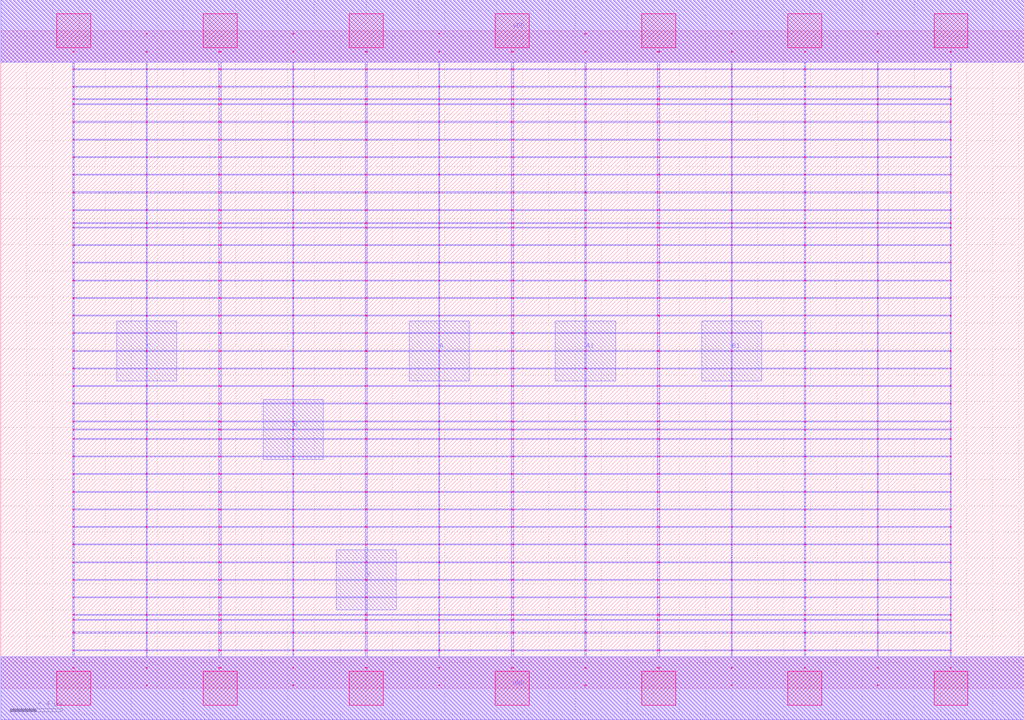
<source format=lef>
MACRO AAOI221_DEBUG
 CLASS CORE ;
 FOREIGN AAOI221_DEBUG 0 0 ;
 SIZE 7.84 BY 5.04 ;
 ORIGIN 0 0 ;
 SYMMETRY X Y R90 ;
 SITE unit ;
  PIN VDD
   DIRECTION INOUT ;
   USE SIGNAL ;
   SHAPE ABUTMENT ;
    PORT
     CLASS CORE ;
       LAYER met1 ;
        RECT 0.00000000 4.80000000 7.84000000 5.28000000 ;
       LAYER met2 ;
        RECT 0.00000000 4.80000000 7.84000000 5.28000000 ;
    END
  END VDD

  PIN GND
   DIRECTION INOUT ;
   USE SIGNAL ;
   SHAPE ABUTMENT ;
    PORT
     CLASS CORE ;
       LAYER met1 ;
        RECT 0.00000000 -0.24000000 7.84000000 0.24000000 ;
       LAYER met2 ;
        RECT 0.00000000 -0.24000000 7.84000000 0.24000000 ;
    END
  END GND

  PIN Y
   DIRECTION INOUT ;
   USE SIGNAL ;
   SHAPE ABUTMENT ;
    PORT
     CLASS CORE ;
       LAYER met2 ;
        RECT 2.57000000 0.60200000 3.03000000 1.06200000 ;
    END
  END Y

  PIN A1
   DIRECTION INOUT ;
   USE SIGNAL ;
   SHAPE ABUTMENT ;
    PORT
     CLASS CORE ;
       LAYER met2 ;
        RECT 4.25000000 2.35700000 4.71000000 2.81700000 ;
    END
  END A1

  PIN B1
   DIRECTION INOUT ;
   USE SIGNAL ;
   SHAPE ABUTMENT ;
    PORT
     CLASS CORE ;
       LAYER met2 ;
        RECT 5.37000000 2.35700000 5.83000000 2.81700000 ;
    END
  END B1

  PIN A
   DIRECTION INOUT ;
   USE SIGNAL ;
   SHAPE ABUTMENT ;
    PORT
     CLASS CORE ;
       LAYER met2 ;
        RECT 3.13000000 2.35700000 3.59000000 2.81700000 ;
    END
  END A

  PIN B
   DIRECTION INOUT ;
   USE SIGNAL ;
   SHAPE ABUTMENT ;
    PORT
     CLASS CORE ;
       LAYER met2 ;
        RECT 2.01000000 1.75500000 2.47000000 2.21500000 ;
    END
  END B

  PIN C
   DIRECTION INOUT ;
   USE SIGNAL ;
   SHAPE ABUTMENT ;
    PORT
     CLASS CORE ;
       LAYER met2 ;
        RECT 0.89000000 2.35700000 1.35000000 2.81700000 ;
    END
  END C

 OBS
    LAYER polycont ;
     RECT 3.91100000 2.58300000 3.92900000 2.59100000 ;
     RECT 3.91100000 2.71800000 3.92900000 2.72600000 ;
     RECT 3.91100000 2.85300000 3.92900000 2.86100000 ;
     RECT 3.91100000 2.98800000 3.92900000 2.99600000 ;
     RECT 6.15600000 2.58300000 6.16900000 2.59100000 ;
     RECT 6.71600000 2.58300000 6.72400000 2.59100000 ;
     RECT 7.27600000 2.58300000 7.28400000 2.59100000 ;
     RECT 4.47600000 2.58300000 4.48400000 2.59100000 ;
     RECT 4.47600000 2.71800000 4.48400000 2.72600000 ;
     RECT 5.03100000 2.71800000 5.04900000 2.72600000 ;
     RECT 5.59600000 2.71800000 5.60400000 2.72600000 ;
     RECT 6.15600000 2.71800000 6.16900000 2.72600000 ;
     RECT 6.71600000 2.71800000 6.72400000 2.72600000 ;
     RECT 7.27600000 2.71800000 7.28400000 2.72600000 ;
     RECT 5.03100000 2.58300000 5.04900000 2.59100000 ;
     RECT 4.47600000 2.85300000 4.48400000 2.86100000 ;
     RECT 5.03100000 2.85300000 5.04900000 2.86100000 ;
     RECT 5.59600000 2.85300000 5.60400000 2.86100000 ;
     RECT 6.15600000 2.85300000 6.16900000 2.86100000 ;
     RECT 6.71600000 2.85300000 6.72400000 2.86100000 ;
     RECT 7.27600000 2.85300000 7.28400000 2.86100000 ;
     RECT 5.59600000 2.58300000 5.60400000 2.59100000 ;
     RECT 4.47600000 2.98800000 4.48400000 2.99600000 ;
     RECT 5.03100000 2.98800000 5.04900000 2.99600000 ;
     RECT 5.59600000 2.98800000 5.60400000 2.99600000 ;
     RECT 6.15600000 2.98800000 6.16900000 2.99600000 ;
     RECT 6.71600000 2.98800000 6.72400000 2.99600000 ;
     RECT 7.27600000 2.98800000 7.28400000 2.99600000 ;
     RECT 6.71600000 3.12300000 6.72400000 3.13100000 ;
     RECT 7.27600000 3.12300000 7.28400000 3.13100000 ;
     RECT 6.71600000 3.25800000 6.72400000 3.26600000 ;
     RECT 7.27600000 3.25800000 7.28400000 3.26600000 ;
     RECT 6.71600000 3.39300000 6.72400000 3.40100000 ;
     RECT 7.27600000 3.39300000 7.28400000 3.40100000 ;
     RECT 6.71600000 3.52800000 6.72400000 3.53600000 ;
     RECT 7.27600000 3.52800000 7.28400000 3.53600000 ;
     RECT 6.71600000 3.56100000 6.72400000 3.56900000 ;
     RECT 7.27600000 3.56100000 7.28400000 3.56900000 ;
     RECT 6.71600000 3.66300000 6.72400000 3.67100000 ;
     RECT 7.27600000 3.66300000 7.28400000 3.67100000 ;
     RECT 6.71600000 3.79800000 6.72400000 3.80600000 ;
     RECT 7.27600000 3.79800000 7.28400000 3.80600000 ;
     RECT 6.71600000 3.93300000 6.72400000 3.94100000 ;
     RECT 7.27600000 3.93300000 7.28400000 3.94100000 ;
     RECT 6.71600000 4.06800000 6.72400000 4.07600000 ;
     RECT 7.27600000 4.06800000 7.28400000 4.07600000 ;
     RECT 6.71600000 4.20300000 6.72400000 4.21100000 ;
     RECT 7.27600000 4.20300000 7.28400000 4.21100000 ;
     RECT 6.71600000 4.33800000 6.72400000 4.34600000 ;
     RECT 7.27600000 4.33800000 7.28400000 4.34600000 ;
     RECT 6.71600000 4.47300000 6.72400000 4.48100000 ;
     RECT 7.27600000 4.47300000 7.28400000 4.48100000 ;
     RECT 6.71600000 4.51100000 6.72400000 4.51900000 ;
     RECT 7.27600000 4.51100000 7.28400000 4.51900000 ;
     RECT 6.71600000 4.60800000 6.72400000 4.61600000 ;
     RECT 7.27600000 4.60800000 7.28400000 4.61600000 ;
     RECT 6.71600000 4.74300000 6.72400000 4.75100000 ;
     RECT 7.27600000 4.74300000 7.28400000 4.75100000 ;
     RECT 6.71600000 4.87800000 6.72400000 4.88600000 ;
     RECT 7.27600000 4.87800000 7.28400000 4.88600000 ;
     RECT 3.35600000 2.71800000 3.36400000 2.72600000 ;
     RECT 1.11600000 2.58300000 1.12400000 2.59100000 ;
     RECT 1.67100000 2.58300000 1.68900000 2.59100000 ;
     RECT 0.55100000 2.98800000 0.56400000 2.99600000 ;
     RECT 1.11600000 2.98800000 1.12400000 2.99600000 ;
     RECT 1.67100000 2.98800000 1.68900000 2.99600000 ;
     RECT 2.23600000 2.98800000 2.24400000 2.99600000 ;
     RECT 2.79100000 2.98800000 2.80900000 2.99600000 ;
     RECT 3.35600000 2.98800000 3.36400000 2.99600000 ;
     RECT 2.23600000 2.58300000 2.24400000 2.59100000 ;
     RECT 2.79100000 2.58300000 2.80900000 2.59100000 ;
     RECT 3.35600000 2.58300000 3.36400000 2.59100000 ;
     RECT 0.55100000 2.58300000 0.56400000 2.59100000 ;
     RECT 0.55100000 2.71800000 0.56400000 2.72600000 ;
     RECT 0.55100000 2.85300000 0.56400000 2.86100000 ;
     RECT 1.11600000 2.85300000 1.12400000 2.86100000 ;
     RECT 1.67100000 2.85300000 1.68900000 2.86100000 ;
     RECT 2.23600000 2.85300000 2.24400000 2.86100000 ;
     RECT 2.79100000 2.85300000 2.80900000 2.86100000 ;
     RECT 3.35600000 2.85300000 3.36400000 2.86100000 ;
     RECT 1.11600000 2.71800000 1.12400000 2.72600000 ;
     RECT 1.67100000 2.71800000 1.68900000 2.72600000 ;
     RECT 2.23600000 2.71800000 2.24400000 2.72600000 ;
     RECT 2.79100000 2.71800000 2.80900000 2.72600000 ;
     RECT 2.23600000 0.55800000 2.24400000 0.56600000 ;
     RECT 2.23600000 0.69300000 2.24400000 0.70100000 ;
     RECT 2.23600000 0.82800000 2.24400000 0.83600000 ;
     RECT 2.23600000 0.96300000 2.24400000 0.97100000 ;
     RECT 2.23600000 1.09800000 2.24400000 1.10600000 ;
     RECT 2.23600000 1.23300000 2.24400000 1.24100000 ;
     RECT 2.23600000 1.36800000 2.24400000 1.37600000 ;
     RECT 2.23600000 1.50300000 2.24400000 1.51100000 ;
     RECT 2.23600000 1.63800000 2.24400000 1.64600000 ;
     RECT 2.23600000 1.77300000 2.24400000 1.78100000 ;
     RECT 2.23600000 1.90800000 2.24400000 1.91600000 ;
     RECT 2.23600000 1.98100000 2.24400000 1.98900000 ;
     RECT 2.23600000 2.04300000 2.24400000 2.05100000 ;
     RECT 2.23600000 2.17800000 2.24400000 2.18600000 ;
     RECT 2.23600000 2.31300000 2.24400000 2.32100000 ;
     RECT 2.23600000 2.44800000 2.24400000 2.45600000 ;
     RECT 2.23600000 0.15300000 2.24400000 0.16100000 ;
     RECT 2.23600000 0.28800000 2.24400000 0.29600000 ;
     RECT 2.23600000 0.42300000 2.24400000 0.43100000 ;
     RECT 2.23600000 0.52100000 2.24400000 0.52900000 ;

    LAYER pdiffc ;
     RECT 0.55100000 3.39300000 0.55900000 3.40100000 ;
     RECT 6.16100000 3.39300000 6.16900000 3.40100000 ;
     RECT 0.55100000 3.52800000 0.55900000 3.53600000 ;
     RECT 6.16100000 3.52800000 6.16900000 3.53600000 ;
     RECT 0.55100000 3.56100000 0.55900000 3.56900000 ;
     RECT 6.16100000 3.56100000 6.16900000 3.56900000 ;
     RECT 0.55100000 3.66300000 0.55900000 3.67100000 ;
     RECT 6.16100000 3.66300000 6.16900000 3.67100000 ;
     RECT 0.55100000 3.79800000 0.55900000 3.80600000 ;
     RECT 6.16100000 3.79800000 6.16900000 3.80600000 ;
     RECT 0.55100000 3.93300000 0.55900000 3.94100000 ;
     RECT 6.16100000 3.93300000 6.16900000 3.94100000 ;
     RECT 0.55100000 4.06800000 0.55900000 4.07600000 ;
     RECT 6.16100000 4.06800000 6.16900000 4.07600000 ;
     RECT 0.55100000 4.20300000 0.55900000 4.21100000 ;
     RECT 6.16100000 4.20300000 6.16900000 4.21100000 ;
     RECT 0.55100000 4.33800000 0.55900000 4.34600000 ;
     RECT 6.16100000 4.33800000 6.16900000 4.34600000 ;
     RECT 0.55100000 4.47300000 0.55900000 4.48100000 ;
     RECT 6.16100000 4.47300000 6.16900000 4.48100000 ;
     RECT 0.55100000 4.51100000 0.55900000 4.51900000 ;
     RECT 6.16100000 4.51100000 6.16900000 4.51900000 ;
     RECT 0.55100000 4.60800000 0.55900000 4.61600000 ;
     RECT 6.16100000 4.60800000 6.16900000 4.61600000 ;

    LAYER ndiffc ;
     RECT 3.91100000 0.42300000 3.92900000 0.43100000 ;
     RECT 3.91100000 0.52100000 3.92900000 0.52900000 ;
     RECT 3.91100000 0.55800000 3.92900000 0.56600000 ;
     RECT 3.91100000 0.69300000 3.92900000 0.70100000 ;
     RECT 3.91100000 0.82800000 3.92900000 0.83600000 ;
     RECT 3.91100000 0.96300000 3.92900000 0.97100000 ;
     RECT 3.91100000 1.09800000 3.92900000 1.10600000 ;
     RECT 3.91100000 1.23300000 3.92900000 1.24100000 ;
     RECT 3.91100000 1.36800000 3.92900000 1.37600000 ;
     RECT 3.91100000 1.50300000 3.92900000 1.51100000 ;
     RECT 3.91100000 1.63800000 3.92900000 1.64600000 ;
     RECT 3.91100000 1.77300000 3.92900000 1.78100000 ;
     RECT 3.91100000 1.90800000 3.92900000 1.91600000 ;
     RECT 3.91100000 1.98100000 3.92900000 1.98900000 ;
     RECT 3.91100000 2.04300000 3.92900000 2.05100000 ;
     RECT 7.27600000 0.69300000 7.28400000 0.70100000 ;
     RECT 5.03100000 0.42300000 5.04900000 0.43100000 ;
     RECT 5.03100000 0.82800000 5.04900000 0.83600000 ;
     RECT 6.15600000 0.82800000 6.16900000 0.83600000 ;
     RECT 7.27600000 0.82800000 7.28400000 0.83600000 ;
     RECT 5.03100000 0.52100000 5.04900000 0.52900000 ;
     RECT 5.03100000 0.96300000 5.04900000 0.97100000 ;
     RECT 6.15600000 0.96300000 6.16900000 0.97100000 ;
     RECT 7.27600000 0.96300000 7.28400000 0.97100000 ;
     RECT 6.15600000 0.52100000 6.16900000 0.52900000 ;
     RECT 5.03100000 1.09800000 5.04900000 1.10600000 ;
     RECT 6.15600000 1.09800000 6.16900000 1.10600000 ;
     RECT 7.27600000 1.09800000 7.28400000 1.10600000 ;
     RECT 7.27600000 0.52100000 7.28400000 0.52900000 ;
     RECT 5.03100000 1.23300000 5.04900000 1.24100000 ;
     RECT 6.15600000 1.23300000 6.16900000 1.24100000 ;
     RECT 7.27600000 1.23300000 7.28400000 1.24100000 ;
     RECT 6.15600000 0.42300000 6.16900000 0.43100000 ;
     RECT 5.03100000 1.36800000 5.04900000 1.37600000 ;
     RECT 6.15600000 1.36800000 6.16900000 1.37600000 ;
     RECT 7.27600000 1.36800000 7.28400000 1.37600000 ;
     RECT 5.03100000 0.55800000 5.04900000 0.56600000 ;
     RECT 5.03100000 1.50300000 5.04900000 1.51100000 ;
     RECT 6.15600000 1.50300000 6.16900000 1.51100000 ;
     RECT 7.27600000 1.50300000 7.28400000 1.51100000 ;
     RECT 6.15600000 0.55800000 6.16900000 0.56600000 ;
     RECT 5.03100000 1.63800000 5.04900000 1.64600000 ;
     RECT 6.15600000 1.63800000 6.16900000 1.64600000 ;
     RECT 7.27600000 1.63800000 7.28400000 1.64600000 ;
     RECT 7.27600000 0.55800000 7.28400000 0.56600000 ;
     RECT 5.03100000 1.77300000 5.04900000 1.78100000 ;
     RECT 6.15600000 1.77300000 6.16900000 1.78100000 ;
     RECT 7.27600000 1.77300000 7.28400000 1.78100000 ;
     RECT 7.27600000 0.42300000 7.28400000 0.43100000 ;
     RECT 5.03100000 1.90800000 5.04900000 1.91600000 ;
     RECT 6.15600000 1.90800000 6.16900000 1.91600000 ;
     RECT 7.27600000 1.90800000 7.28400000 1.91600000 ;
     RECT 5.03100000 0.69300000 5.04900000 0.70100000 ;
     RECT 5.03100000 1.98100000 5.04900000 1.98900000 ;
     RECT 6.15600000 1.98100000 6.16900000 1.98900000 ;
     RECT 7.27600000 1.98100000 7.28400000 1.98900000 ;
     RECT 6.15600000 0.69300000 6.16900000 0.70100000 ;
     RECT 5.03100000 2.04300000 5.04900000 2.05100000 ;
     RECT 6.15600000 2.04300000 6.16900000 2.05100000 ;
     RECT 7.27600000 2.04300000 7.28400000 2.05100000 ;
     RECT 2.79100000 0.52100000 2.80900000 0.52900000 ;
     RECT 1.67100000 0.42300000 1.68900000 0.43100000 ;
     RECT 0.55100000 0.96300000 0.56400000 0.97100000 ;
     RECT 0.55100000 1.50300000 0.56400000 1.51100000 ;
     RECT 1.67100000 1.50300000 1.68900000 1.51100000 ;
     RECT 2.79100000 1.50300000 2.80900000 1.51100000 ;
     RECT 1.67100000 0.96300000 1.68900000 0.97100000 ;
     RECT 2.79100000 0.96300000 2.80900000 0.97100000 ;
     RECT 2.79100000 0.42300000 2.80900000 0.43100000 ;
     RECT 0.55100000 0.69300000 0.56400000 0.70100000 ;
     RECT 0.55100000 1.63800000 0.56400000 1.64600000 ;
     RECT 1.67100000 1.63800000 1.68900000 1.64600000 ;
     RECT 2.79100000 1.63800000 2.80900000 1.64600000 ;
     RECT 1.67100000 0.69300000 1.68900000 0.70100000 ;
     RECT 2.79100000 0.69300000 2.80900000 0.70100000 ;
     RECT 0.55100000 1.09800000 0.56400000 1.10600000 ;
     RECT 1.67100000 1.09800000 1.68900000 1.10600000 ;
     RECT 0.55100000 1.77300000 0.56400000 1.78100000 ;
     RECT 1.67100000 1.77300000 1.68900000 1.78100000 ;
     RECT 2.79100000 1.77300000 2.80900000 1.78100000 ;
     RECT 2.79100000 1.09800000 2.80900000 1.10600000 ;
     RECT 0.55100000 0.42300000 0.56400000 0.43100000 ;
     RECT 0.55100000 0.52100000 0.56400000 0.52900000 ;
     RECT 0.55100000 0.55800000 0.56400000 0.56600000 ;
     RECT 0.55100000 1.90800000 0.56400000 1.91600000 ;
     RECT 1.67100000 1.90800000 1.68900000 1.91600000 ;
     RECT 2.79100000 1.90800000 2.80900000 1.91600000 ;
     RECT 1.67100000 0.55800000 1.68900000 0.56600000 ;
     RECT 0.55100000 1.23300000 0.56400000 1.24100000 ;
     RECT 1.67100000 1.23300000 1.68900000 1.24100000 ;
     RECT 2.79100000 1.23300000 2.80900000 1.24100000 ;
     RECT 0.55100000 1.98100000 0.56400000 1.98900000 ;
     RECT 1.67100000 1.98100000 1.68900000 1.98900000 ;
     RECT 2.79100000 1.98100000 2.80900000 1.98900000 ;
     RECT 0.55100000 0.82800000 0.56400000 0.83600000 ;
     RECT 1.67100000 0.82800000 1.68900000 0.83600000 ;
     RECT 2.79100000 0.82800000 2.80900000 0.83600000 ;
     RECT 2.79100000 0.55800000 2.80900000 0.56600000 ;
     RECT 0.55100000 2.04300000 0.56400000 2.05100000 ;
     RECT 1.67100000 2.04300000 1.68900000 2.05100000 ;
     RECT 2.79100000 2.04300000 2.80900000 2.05100000 ;
     RECT 0.55100000 1.36800000 0.56400000 1.37600000 ;
     RECT 1.67100000 1.36800000 1.68900000 1.37600000 ;
     RECT 2.79100000 1.36800000 2.80900000 1.37600000 ;
     RECT 1.67100000 0.52100000 1.68900000 0.52900000 ;

    LAYER met1 ;
     RECT 0.00000000 -0.24000000 7.84000000 0.24000000 ;
     RECT 3.91100000 0.24000000 3.92900000 0.28800000 ;
     RECT 0.55100000 0.28800000 7.28400000 0.29600000 ;
     RECT 3.91100000 0.29600000 3.92900000 0.42300000 ;
     RECT 0.55100000 0.42300000 7.28400000 0.43100000 ;
     RECT 3.91100000 0.43100000 3.92900000 0.52100000 ;
     RECT 0.55100000 0.52100000 7.28400000 0.52900000 ;
     RECT 3.91100000 0.52900000 3.92900000 0.55800000 ;
     RECT 0.55100000 0.55800000 7.28400000 0.56600000 ;
     RECT 3.91100000 0.56600000 3.92900000 0.69300000 ;
     RECT 0.55100000 0.69300000 7.28400000 0.70100000 ;
     RECT 3.91100000 0.70100000 3.92900000 0.82800000 ;
     RECT 0.55100000 0.82800000 7.28400000 0.83600000 ;
     RECT 3.91100000 0.83600000 3.92900000 0.96300000 ;
     RECT 0.55100000 0.96300000 7.28400000 0.97100000 ;
     RECT 3.91100000 0.97100000 3.92900000 1.09800000 ;
     RECT 0.55100000 1.09800000 7.28400000 1.10600000 ;
     RECT 3.91100000 1.10600000 3.92900000 1.23300000 ;
     RECT 0.55100000 1.23300000 7.28400000 1.24100000 ;
     RECT 3.91100000 1.24100000 3.92900000 1.36800000 ;
     RECT 0.55100000 1.36800000 7.28400000 1.37600000 ;
     RECT 3.91100000 1.37600000 3.92900000 1.50300000 ;
     RECT 0.55100000 1.50300000 7.28400000 1.51100000 ;
     RECT 3.91100000 1.51100000 3.92900000 1.63800000 ;
     RECT 0.55100000 1.63800000 7.28400000 1.64600000 ;
     RECT 3.91100000 1.64600000 3.92900000 1.77300000 ;
     RECT 0.55100000 1.77300000 7.28400000 1.78100000 ;
     RECT 3.91100000 1.78100000 3.92900000 1.90800000 ;
     RECT 0.55100000 1.90800000 7.28400000 1.91600000 ;
     RECT 3.91100000 1.91600000 3.92900000 1.98100000 ;
     RECT 0.55100000 1.98100000 7.28400000 1.98900000 ;
     RECT 3.91100000 1.98900000 3.92900000 2.04300000 ;
     RECT 0.55100000 2.04300000 7.28400000 2.05100000 ;
     RECT 3.91100000 2.05100000 3.92900000 2.17800000 ;
     RECT 0.55100000 2.17800000 7.28400000 2.18600000 ;
     RECT 3.91100000 2.18600000 3.92900000 2.31300000 ;
     RECT 0.55100000 2.31300000 7.28400000 2.32100000 ;
     RECT 3.91100000 2.32100000 3.92900000 2.44800000 ;
     RECT 0.55100000 2.44800000 7.28400000 2.45600000 ;
     RECT 0.55100000 2.45600000 0.56400000 2.58300000 ;
     RECT 1.11600000 2.45600000 1.12400000 2.58300000 ;
     RECT 1.67100000 2.45600000 1.68900000 2.58300000 ;
     RECT 2.23600000 2.45600000 2.24400000 2.58300000 ;
     RECT 2.79100000 2.45600000 2.80900000 2.58300000 ;
     RECT 3.35600000 2.45600000 3.36400000 2.58300000 ;
     RECT 3.91100000 2.45600000 3.92900000 2.58300000 ;
     RECT 4.47600000 2.45600000 4.48400000 2.58300000 ;
     RECT 5.03100000 2.45600000 5.04900000 2.58300000 ;
     RECT 5.59600000 2.45600000 5.60400000 2.58300000 ;
     RECT 6.15600000 2.45600000 6.16900000 2.58300000 ;
     RECT 6.71600000 2.45600000 6.72400000 2.58300000 ;
     RECT 7.27600000 2.45600000 7.28400000 2.58300000 ;
     RECT 0.55100000 2.58300000 7.28400000 2.59100000 ;
     RECT 3.91100000 2.59100000 3.92900000 2.71800000 ;
     RECT 0.55100000 2.71800000 7.28400000 2.72600000 ;
     RECT 3.91100000 2.72600000 3.92900000 2.85300000 ;
     RECT 0.55100000 2.85300000 7.28400000 2.86100000 ;
     RECT 3.91100000 2.86100000 3.92900000 2.98800000 ;
     RECT 0.55100000 2.98800000 7.28400000 2.99600000 ;
     RECT 3.91100000 2.99600000 3.92900000 3.12300000 ;
     RECT 0.55100000 3.12300000 7.28400000 3.13100000 ;
     RECT 3.91100000 3.13100000 3.92900000 3.25800000 ;
     RECT 0.55100000 3.25800000 7.28400000 3.26600000 ;
     RECT 3.91100000 3.26600000 3.92900000 3.39300000 ;
     RECT 0.55100000 3.39300000 7.28400000 3.40100000 ;
     RECT 3.91100000 3.40100000 3.92900000 3.52800000 ;
     RECT 0.55100000 3.52800000 7.28400000 3.53600000 ;
     RECT 3.91100000 3.53600000 3.92900000 3.56100000 ;
     RECT 0.55100000 3.56100000 7.28400000 3.56900000 ;
     RECT 3.91100000 3.56900000 3.92900000 3.66300000 ;
     RECT 0.55100000 3.66300000 7.28400000 3.67100000 ;
     RECT 3.91100000 3.67100000 3.92900000 3.79800000 ;
     RECT 0.55100000 3.79800000 7.28400000 3.80600000 ;
     RECT 3.91100000 3.80600000 3.92900000 3.93300000 ;
     RECT 0.55100000 3.93300000 7.28400000 3.94100000 ;
     RECT 3.91100000 3.94100000 3.92900000 4.06800000 ;
     RECT 0.55100000 4.06800000 7.28400000 4.07600000 ;
     RECT 3.91100000 4.07600000 3.92900000 4.20300000 ;
     RECT 0.55100000 4.20300000 7.28400000 4.21100000 ;
     RECT 3.91100000 4.21100000 3.92900000 4.33800000 ;
     RECT 0.55100000 4.33800000 7.28400000 4.34600000 ;
     RECT 3.91100000 4.34600000 3.92900000 4.47300000 ;
     RECT 0.55100000 4.47300000 7.28400000 4.48100000 ;
     RECT 3.91100000 4.48100000 3.92900000 4.51100000 ;
     RECT 0.55100000 4.51100000 7.28400000 4.51900000 ;
     RECT 3.91100000 4.51900000 3.92900000 4.60800000 ;
     RECT 0.55100000 4.60800000 7.28400000 4.61600000 ;
     RECT 3.91100000 4.61600000 3.92900000 4.74300000 ;
     RECT 0.55100000 4.74300000 7.28400000 4.75100000 ;
     RECT 3.91100000 4.75100000 3.92900000 4.80000000 ;
     RECT 0.00000000 4.80000000 7.84000000 5.28000000 ;
     RECT 4.47600000 3.80600000 4.48400000 3.93300000 ;
     RECT 5.03100000 3.80600000 5.04900000 3.93300000 ;
     RECT 5.59600000 3.80600000 5.60400000 3.93300000 ;
     RECT 6.15600000 3.80600000 6.16900000 3.93300000 ;
     RECT 6.71600000 3.80600000 6.72400000 3.93300000 ;
     RECT 7.27600000 3.80600000 7.28400000 3.93300000 ;
     RECT 6.15600000 3.94100000 6.16900000 4.06800000 ;
     RECT 6.71600000 3.94100000 6.72400000 4.06800000 ;
     RECT 7.27600000 3.94100000 7.28400000 4.06800000 ;
     RECT 6.15600000 4.07600000 6.16900000 4.20300000 ;
     RECT 6.71600000 4.07600000 6.72400000 4.20300000 ;
     RECT 7.27600000 4.07600000 7.28400000 4.20300000 ;
     RECT 6.15600000 4.21100000 6.16900000 4.33800000 ;
     RECT 6.71600000 4.21100000 6.72400000 4.33800000 ;
     RECT 7.27600000 4.21100000 7.28400000 4.33800000 ;
     RECT 6.15600000 4.34600000 6.16900000 4.47300000 ;
     RECT 6.71600000 4.34600000 6.72400000 4.47300000 ;
     RECT 7.27600000 4.34600000 7.28400000 4.47300000 ;
     RECT 6.15600000 4.48100000 6.16900000 4.51100000 ;
     RECT 6.71600000 4.48100000 6.72400000 4.51100000 ;
     RECT 7.27600000 4.48100000 7.28400000 4.51100000 ;
     RECT 6.15600000 4.51900000 6.16900000 4.60800000 ;
     RECT 6.71600000 4.51900000 6.72400000 4.60800000 ;
     RECT 7.27600000 4.51900000 7.28400000 4.60800000 ;
     RECT 6.15600000 4.61600000 6.16900000 4.74300000 ;
     RECT 6.71600000 4.61600000 6.72400000 4.74300000 ;
     RECT 7.27600000 4.61600000 7.28400000 4.74300000 ;
     RECT 6.15600000 4.75100000 6.16900000 4.80000000 ;
     RECT 6.71600000 4.75100000 6.72400000 4.80000000 ;
     RECT 7.27600000 4.75100000 7.28400000 4.80000000 ;
     RECT 4.47600000 4.48100000 4.48400000 4.51100000 ;
     RECT 5.03100000 4.48100000 5.04900000 4.51100000 ;
     RECT 5.59600000 4.48100000 5.60400000 4.51100000 ;
     RECT 4.47600000 4.21100000 4.48400000 4.33800000 ;
     RECT 5.03100000 4.21100000 5.04900000 4.33800000 ;
     RECT 5.59600000 4.21100000 5.60400000 4.33800000 ;
     RECT 4.47600000 4.51900000 4.48400000 4.60800000 ;
     RECT 5.03100000 4.51900000 5.04900000 4.60800000 ;
     RECT 5.59600000 4.51900000 5.60400000 4.60800000 ;
     RECT 4.47600000 4.07600000 4.48400000 4.20300000 ;
     RECT 5.03100000 4.07600000 5.04900000 4.20300000 ;
     RECT 5.59600000 4.07600000 5.60400000 4.20300000 ;
     RECT 4.47600000 4.61600000 4.48400000 4.74300000 ;
     RECT 5.03100000 4.61600000 5.04900000 4.74300000 ;
     RECT 5.59600000 4.61600000 5.60400000 4.74300000 ;
     RECT 4.47600000 4.34600000 4.48400000 4.47300000 ;
     RECT 5.03100000 4.34600000 5.04900000 4.47300000 ;
     RECT 5.59600000 4.34600000 5.60400000 4.47300000 ;
     RECT 4.47600000 4.75100000 4.48400000 4.80000000 ;
     RECT 5.03100000 4.75100000 5.04900000 4.80000000 ;
     RECT 5.59600000 4.75100000 5.60400000 4.80000000 ;
     RECT 4.47600000 3.94100000 4.48400000 4.06800000 ;
     RECT 5.03100000 3.94100000 5.04900000 4.06800000 ;
     RECT 5.59600000 3.94100000 5.60400000 4.06800000 ;
     RECT 5.03100000 3.40100000 5.04900000 3.52800000 ;
     RECT 5.59600000 3.40100000 5.60400000 3.52800000 ;
     RECT 4.47600000 3.53600000 4.48400000 3.56100000 ;
     RECT 5.03100000 3.53600000 5.04900000 3.56100000 ;
     RECT 5.59600000 3.53600000 5.60400000 3.56100000 ;
     RECT 5.59600000 2.59100000 5.60400000 2.71800000 ;
     RECT 4.47600000 3.56900000 4.48400000 3.66300000 ;
     RECT 4.47600000 2.59100000 4.48400000 2.71800000 ;
     RECT 5.03100000 2.59100000 5.04900000 2.71800000 ;
     RECT 5.03100000 3.56900000 5.04900000 3.66300000 ;
     RECT 5.59600000 3.56900000 5.60400000 3.66300000 ;
     RECT 4.47600000 2.86100000 4.48400000 2.98800000 ;
     RECT 5.03100000 2.86100000 5.04900000 2.98800000 ;
     RECT 4.47600000 2.99600000 4.48400000 3.12300000 ;
     RECT 5.03100000 2.99600000 5.04900000 3.12300000 ;
     RECT 4.47600000 3.13100000 4.48400000 3.25800000 ;
     RECT 5.03100000 3.13100000 5.04900000 3.25800000 ;
     RECT 4.47600000 3.67100000 4.48400000 3.79800000 ;
     RECT 5.03100000 3.67100000 5.04900000 3.79800000 ;
     RECT 5.59600000 3.67100000 5.60400000 3.79800000 ;
     RECT 5.59600000 2.86100000 5.60400000 2.98800000 ;
     RECT 4.47600000 2.72600000 4.48400000 2.85300000 ;
     RECT 5.03100000 2.72600000 5.04900000 2.85300000 ;
     RECT 5.59600000 3.13100000 5.60400000 3.25800000 ;
     RECT 5.59600000 2.99600000 5.60400000 3.12300000 ;
     RECT 4.47600000 3.26600000 4.48400000 3.39300000 ;
     RECT 5.03100000 3.26600000 5.04900000 3.39300000 ;
     RECT 5.59600000 3.26600000 5.60400000 3.39300000 ;
     RECT 5.59600000 2.72600000 5.60400000 2.85300000 ;
     RECT 4.47600000 3.40100000 4.48400000 3.52800000 ;
     RECT 7.27600000 3.40100000 7.28400000 3.52800000 ;
     RECT 6.71600000 2.59100000 6.72400000 2.71800000 ;
     RECT 7.27600000 2.59100000 7.28400000 2.71800000 ;
     RECT 6.71600000 2.72600000 6.72400000 2.85300000 ;
     RECT 7.27600000 2.72600000 7.28400000 2.85300000 ;
     RECT 7.27600000 3.13100000 7.28400000 3.25800000 ;
     RECT 6.15600000 2.72600000 6.16900000 2.85300000 ;
     RECT 6.15600000 3.67100000 6.16900000 3.79800000 ;
     RECT 6.71600000 3.67100000 6.72400000 3.79800000 ;
     RECT 7.27600000 3.67100000 7.28400000 3.79800000 ;
     RECT 6.15600000 3.26600000 6.16900000 3.39300000 ;
     RECT 6.15600000 2.86100000 6.16900000 2.98800000 ;
     RECT 6.15600000 3.53600000 6.16900000 3.56100000 ;
     RECT 6.71600000 3.53600000 6.72400000 3.56100000 ;
     RECT 7.27600000 3.53600000 7.28400000 3.56100000 ;
     RECT 6.71600000 3.26600000 6.72400000 3.39300000 ;
     RECT 6.15600000 2.59100000 6.16900000 2.71800000 ;
     RECT 7.27600000 3.26600000 7.28400000 3.39300000 ;
     RECT 6.15600000 2.99600000 6.16900000 3.12300000 ;
     RECT 6.71600000 2.86100000 6.72400000 2.98800000 ;
     RECT 7.27600000 2.86100000 7.28400000 2.98800000 ;
     RECT 6.15600000 3.40100000 6.16900000 3.52800000 ;
     RECT 6.15600000 3.13100000 6.16900000 3.25800000 ;
     RECT 6.71600000 3.40100000 6.72400000 3.52800000 ;
     RECT 6.15600000 3.56900000 6.16900000 3.66300000 ;
     RECT 6.71600000 3.56900000 6.72400000 3.66300000 ;
     RECT 6.71600000 2.99600000 6.72400000 3.12300000 ;
     RECT 7.27600000 2.99600000 7.28400000 3.12300000 ;
     RECT 7.27600000 3.56900000 7.28400000 3.66300000 ;
     RECT 6.71600000 3.13100000 6.72400000 3.25800000 ;
     RECT 0.55100000 3.80600000 0.56400000 3.93300000 ;
     RECT 1.11600000 3.80600000 1.12400000 3.93300000 ;
     RECT 1.67100000 3.80600000 1.68900000 3.93300000 ;
     RECT 2.23600000 3.80600000 2.24400000 3.93300000 ;
     RECT 2.79100000 3.80600000 2.80900000 3.93300000 ;
     RECT 3.35600000 3.80600000 3.36400000 3.93300000 ;
     RECT 2.23600000 4.21100000 2.24400000 4.33800000 ;
     RECT 2.79100000 4.21100000 2.80900000 4.33800000 ;
     RECT 3.35600000 4.21100000 3.36400000 4.33800000 ;
     RECT 2.23600000 4.34600000 2.24400000 4.47300000 ;
     RECT 2.79100000 4.34600000 2.80900000 4.47300000 ;
     RECT 3.35600000 4.34600000 3.36400000 4.47300000 ;
     RECT 2.23600000 4.48100000 2.24400000 4.51100000 ;
     RECT 2.79100000 4.48100000 2.80900000 4.51100000 ;
     RECT 3.35600000 4.48100000 3.36400000 4.51100000 ;
     RECT 2.23600000 4.51900000 2.24400000 4.60800000 ;
     RECT 2.79100000 4.51900000 2.80900000 4.60800000 ;
     RECT 3.35600000 4.51900000 3.36400000 4.60800000 ;
     RECT 2.23600000 4.61600000 2.24400000 4.74300000 ;
     RECT 2.79100000 4.61600000 2.80900000 4.74300000 ;
     RECT 3.35600000 4.61600000 3.36400000 4.74300000 ;
     RECT 2.23600000 3.94100000 2.24400000 4.06800000 ;
     RECT 2.79100000 3.94100000 2.80900000 4.06800000 ;
     RECT 3.35600000 3.94100000 3.36400000 4.06800000 ;
     RECT 2.23600000 4.07600000 2.24400000 4.20300000 ;
     RECT 2.23600000 4.75100000 2.24400000 4.80000000 ;
     RECT 2.79100000 4.75100000 2.80900000 4.80000000 ;
     RECT 3.35600000 4.75100000 3.36400000 4.80000000 ;
     RECT 2.79100000 4.07600000 2.80900000 4.20300000 ;
     RECT 3.35600000 4.07600000 3.36400000 4.20300000 ;
     RECT 0.55100000 4.51900000 0.56400000 4.60800000 ;
     RECT 1.11600000 4.51900000 1.12400000 4.60800000 ;
     RECT 1.67100000 4.51900000 1.68900000 4.60800000 ;
     RECT 0.55100000 4.07600000 0.56400000 4.20300000 ;
     RECT 1.11600000 4.07600000 1.12400000 4.20300000 ;
     RECT 1.67100000 4.07600000 1.68900000 4.20300000 ;
     RECT 0.55100000 4.61600000 0.56400000 4.74300000 ;
     RECT 1.11600000 4.61600000 1.12400000 4.74300000 ;
     RECT 1.67100000 4.61600000 1.68900000 4.74300000 ;
     RECT 0.55100000 4.34600000 0.56400000 4.47300000 ;
     RECT 1.11600000 4.34600000 1.12400000 4.47300000 ;
     RECT 1.67100000 4.34600000 1.68900000 4.47300000 ;
     RECT 0.55100000 3.94100000 0.56400000 4.06800000 ;
     RECT 1.11600000 3.94100000 1.12400000 4.06800000 ;
     RECT 1.67100000 3.94100000 1.68900000 4.06800000 ;
     RECT 0.55100000 4.48100000 0.56400000 4.51100000 ;
     RECT 0.55100000 4.75100000 0.56400000 4.80000000 ;
     RECT 1.11600000 4.75100000 1.12400000 4.80000000 ;
     RECT 1.67100000 4.75100000 1.68900000 4.80000000 ;
     RECT 1.11600000 4.48100000 1.12400000 4.51100000 ;
     RECT 1.67100000 4.48100000 1.68900000 4.51100000 ;
     RECT 0.55100000 4.21100000 0.56400000 4.33800000 ;
     RECT 1.11600000 4.21100000 1.12400000 4.33800000 ;
     RECT 1.67100000 4.21100000 1.68900000 4.33800000 ;
     RECT 1.67100000 3.13100000 1.68900000 3.25800000 ;
     RECT 0.55100000 2.86100000 0.56400000 2.98800000 ;
     RECT 1.67100000 2.86100000 1.68900000 2.98800000 ;
     RECT 0.55100000 3.53600000 0.56400000 3.56100000 ;
     RECT 1.11600000 3.53600000 1.12400000 3.56100000 ;
     RECT 1.67100000 3.67100000 1.68900000 3.79800000 ;
     RECT 1.67100000 3.26600000 1.68900000 3.39300000 ;
     RECT 1.67100000 3.53600000 1.68900000 3.56100000 ;
     RECT 1.11600000 2.86100000 1.12400000 2.98800000 ;
     RECT 0.55100000 3.56900000 0.56400000 3.66300000 ;
     RECT 1.11600000 3.56900000 1.12400000 3.66300000 ;
     RECT 1.67100000 3.56900000 1.68900000 3.66300000 ;
     RECT 1.67100000 2.72600000 1.68900000 2.85300000 ;
     RECT 0.55100000 2.99600000 0.56400000 3.12300000 ;
     RECT 1.11600000 2.99600000 1.12400000 3.12300000 ;
     RECT 1.67100000 3.40100000 1.68900000 3.52800000 ;
     RECT 0.55100000 2.59100000 0.56400000 2.71800000 ;
     RECT 1.11600000 2.59100000 1.12400000 2.71800000 ;
     RECT 0.55100000 2.72600000 0.56400000 2.85300000 ;
     RECT 1.11600000 2.72600000 1.12400000 2.85300000 ;
     RECT 0.55100000 3.13100000 0.56400000 3.25800000 ;
     RECT 1.67100000 2.59100000 1.68900000 2.71800000 ;
     RECT 0.55100000 3.26600000 0.56400000 3.39300000 ;
     RECT 1.11600000 3.26600000 1.12400000 3.39300000 ;
     RECT 0.55100000 3.67100000 0.56400000 3.79800000 ;
     RECT 1.11600000 3.67100000 1.12400000 3.79800000 ;
     RECT 1.11600000 3.13100000 1.12400000 3.25800000 ;
     RECT 1.67100000 2.99600000 1.68900000 3.12300000 ;
     RECT 0.55100000 3.40100000 0.56400000 3.52800000 ;
     RECT 1.11600000 3.40100000 1.12400000 3.52800000 ;
     RECT 2.79100000 3.26600000 2.80900000 3.39300000 ;
     RECT 3.35600000 3.26600000 3.36400000 3.39300000 ;
     RECT 2.23600000 3.40100000 2.24400000 3.52800000 ;
     RECT 2.23600000 3.53600000 2.24400000 3.56100000 ;
     RECT 2.79100000 3.53600000 2.80900000 3.56100000 ;
     RECT 2.79100000 2.72600000 2.80900000 2.85300000 ;
     RECT 3.35600000 2.72600000 3.36400000 2.85300000 ;
     RECT 3.35600000 3.53600000 3.36400000 3.56100000 ;
     RECT 2.79100000 2.59100000 2.80900000 2.71800000 ;
     RECT 3.35600000 2.59100000 3.36400000 2.71800000 ;
     RECT 2.23600000 2.59100000 2.24400000 2.71800000 ;
     RECT 2.23600000 2.86100000 2.24400000 2.98800000 ;
     RECT 2.79100000 3.40100000 2.80900000 3.52800000 ;
     RECT 2.23600000 3.13100000 2.24400000 3.25800000 ;
     RECT 2.79100000 3.13100000 2.80900000 3.25800000 ;
     RECT 2.23600000 3.56900000 2.24400000 3.66300000 ;
     RECT 2.79100000 3.56900000 2.80900000 3.66300000 ;
     RECT 3.35600000 3.56900000 3.36400000 3.66300000 ;
     RECT 3.35600000 3.13100000 3.36400000 3.25800000 ;
     RECT 2.23600000 2.72600000 2.24400000 2.85300000 ;
     RECT 2.79100000 2.86100000 2.80900000 2.98800000 ;
     RECT 3.35600000 2.86100000 3.36400000 2.98800000 ;
     RECT 2.23600000 3.67100000 2.24400000 3.79800000 ;
     RECT 2.79100000 3.67100000 2.80900000 3.79800000 ;
     RECT 3.35600000 3.67100000 3.36400000 3.79800000 ;
     RECT 2.23600000 2.99600000 2.24400000 3.12300000 ;
     RECT 2.79100000 2.99600000 2.80900000 3.12300000 ;
     RECT 3.35600000 2.99600000 3.36400000 3.12300000 ;
     RECT 3.35600000 3.40100000 3.36400000 3.52800000 ;
     RECT 2.23600000 3.26600000 2.24400000 3.39300000 ;
     RECT 0.55100000 1.10600000 0.56400000 1.23300000 ;
     RECT 1.11600000 1.10600000 1.12400000 1.23300000 ;
     RECT 1.67100000 1.10600000 1.68900000 1.23300000 ;
     RECT 2.23600000 1.10600000 2.24400000 1.23300000 ;
     RECT 2.79100000 1.10600000 2.80900000 1.23300000 ;
     RECT 3.35600000 1.10600000 3.36400000 1.23300000 ;
     RECT 2.23600000 1.78100000 2.24400000 1.90800000 ;
     RECT 2.79100000 1.78100000 2.80900000 1.90800000 ;
     RECT 3.35600000 1.78100000 3.36400000 1.90800000 ;
     RECT 2.23600000 1.91600000 2.24400000 1.98100000 ;
     RECT 2.79100000 1.91600000 2.80900000 1.98100000 ;
     RECT 3.35600000 1.91600000 3.36400000 1.98100000 ;
     RECT 2.23600000 1.98900000 2.24400000 2.04300000 ;
     RECT 2.79100000 1.98900000 2.80900000 2.04300000 ;
     RECT 3.35600000 1.98900000 3.36400000 2.04300000 ;
     RECT 2.23600000 2.05100000 2.24400000 2.17800000 ;
     RECT 2.79100000 2.05100000 2.80900000 2.17800000 ;
     RECT 3.35600000 2.05100000 3.36400000 2.17800000 ;
     RECT 2.23600000 2.18600000 2.24400000 2.31300000 ;
     RECT 2.79100000 2.18600000 2.80900000 2.31300000 ;
     RECT 3.35600000 2.18600000 3.36400000 2.31300000 ;
     RECT 2.23600000 2.32100000 2.24400000 2.44800000 ;
     RECT 2.79100000 2.32100000 2.80900000 2.44800000 ;
     RECT 3.35600000 2.32100000 3.36400000 2.44800000 ;
     RECT 2.23600000 1.51100000 2.24400000 1.63800000 ;
     RECT 2.79100000 1.51100000 2.80900000 1.63800000 ;
     RECT 3.35600000 1.51100000 3.36400000 1.63800000 ;
     RECT 2.23600000 1.64600000 2.24400000 1.77300000 ;
     RECT 2.79100000 1.64600000 2.80900000 1.77300000 ;
     RECT 3.35600000 1.64600000 3.36400000 1.77300000 ;
     RECT 2.23600000 1.24100000 2.24400000 1.36800000 ;
     RECT 2.79100000 1.24100000 2.80900000 1.36800000 ;
     RECT 3.35600000 1.24100000 3.36400000 1.36800000 ;
     RECT 2.23600000 1.37600000 2.24400000 1.50300000 ;
     RECT 2.79100000 1.37600000 2.80900000 1.50300000 ;
     RECT 3.35600000 1.37600000 3.36400000 1.50300000 ;
     RECT 1.67100000 2.18600000 1.68900000 2.31300000 ;
     RECT 1.67100000 1.91600000 1.68900000 1.98100000 ;
     RECT 1.11600000 1.64600000 1.12400000 1.77300000 ;
     RECT 0.55100000 1.78100000 0.56400000 1.90800000 ;
     RECT 0.55100000 2.32100000 0.56400000 2.44800000 ;
     RECT 1.11600000 2.32100000 1.12400000 2.44800000 ;
     RECT 1.67100000 2.32100000 1.68900000 2.44800000 ;
     RECT 1.11600000 1.78100000 1.12400000 1.90800000 ;
     RECT 0.55100000 1.98900000 0.56400000 2.04300000 ;
     RECT 1.11600000 1.98900000 1.12400000 2.04300000 ;
     RECT 1.67100000 1.98900000 1.68900000 2.04300000 ;
     RECT 1.67100000 1.78100000 1.68900000 1.90800000 ;
     RECT 1.67100000 1.64600000 1.68900000 1.77300000 ;
     RECT 1.67100000 1.51100000 1.68900000 1.63800000 ;
     RECT 0.55100000 2.05100000 0.56400000 2.17800000 ;
     RECT 1.11600000 2.05100000 1.12400000 2.17800000 ;
     RECT 0.55100000 1.24100000 0.56400000 1.36800000 ;
     RECT 1.11600000 1.24100000 1.12400000 1.36800000 ;
     RECT 1.67100000 1.24100000 1.68900000 1.36800000 ;
     RECT 1.67100000 2.05100000 1.68900000 2.17800000 ;
     RECT 0.55100000 1.64600000 0.56400000 1.77300000 ;
     RECT 0.55100000 1.91600000 0.56400000 1.98100000 ;
     RECT 0.55100000 1.37600000 0.56400000 1.50300000 ;
     RECT 1.11600000 1.37600000 1.12400000 1.50300000 ;
     RECT 1.67100000 1.37600000 1.68900000 1.50300000 ;
     RECT 1.11600000 1.91600000 1.12400000 1.98100000 ;
     RECT 0.55100000 2.18600000 0.56400000 2.31300000 ;
     RECT 1.11600000 2.18600000 1.12400000 2.31300000 ;
     RECT 0.55100000 1.51100000 0.56400000 1.63800000 ;
     RECT 1.11600000 1.51100000 1.12400000 1.63800000 ;
     RECT 1.67100000 0.24000000 1.68900000 0.28800000 ;
     RECT 0.55100000 0.56600000 0.56400000 0.69300000 ;
     RECT 1.67100000 0.56600000 1.68900000 0.69300000 ;
     RECT 1.11600000 0.56600000 1.12400000 0.69300000 ;
     RECT 1.11600000 0.52900000 1.12400000 0.55800000 ;
     RECT 1.67100000 0.52900000 1.68900000 0.55800000 ;
     RECT 0.55100000 0.24000000 0.56400000 0.28800000 ;
     RECT 0.55100000 0.43100000 0.56400000 0.52100000 ;
     RECT 1.11600000 0.43100000 1.12400000 0.52100000 ;
     RECT 1.11600000 0.24000000 1.12400000 0.28800000 ;
     RECT 0.55100000 0.52900000 0.56400000 0.55800000 ;
     RECT 0.55100000 0.29600000 0.56400000 0.42300000 ;
     RECT 1.11600000 0.29600000 1.12400000 0.42300000 ;
     RECT 0.55100000 0.70100000 0.56400000 0.82800000 ;
     RECT 1.11600000 0.70100000 1.12400000 0.82800000 ;
     RECT 1.67100000 0.43100000 1.68900000 0.52100000 ;
     RECT 1.67100000 0.70100000 1.68900000 0.82800000 ;
     RECT 1.67100000 0.29600000 1.68900000 0.42300000 ;
     RECT 0.55100000 0.83600000 0.56400000 0.96300000 ;
     RECT 1.11600000 0.83600000 1.12400000 0.96300000 ;
     RECT 1.67100000 0.83600000 1.68900000 0.96300000 ;
     RECT 0.55100000 0.97100000 0.56400000 1.09800000 ;
     RECT 1.11600000 0.97100000 1.12400000 1.09800000 ;
     RECT 1.67100000 0.97100000 1.68900000 1.09800000 ;
     RECT 3.35600000 0.70100000 3.36400000 0.82800000 ;
     RECT 2.23600000 0.56600000 2.24400000 0.69300000 ;
     RECT 2.23600000 0.29600000 2.24400000 0.42300000 ;
     RECT 2.79100000 0.56600000 2.80900000 0.69300000 ;
     RECT 3.35600000 0.56600000 3.36400000 0.69300000 ;
     RECT 2.79100000 0.52900000 2.80900000 0.55800000 ;
     RECT 2.23600000 0.83600000 2.24400000 0.96300000 ;
     RECT 2.79100000 0.83600000 2.80900000 0.96300000 ;
     RECT 3.35600000 0.83600000 3.36400000 0.96300000 ;
     RECT 2.79100000 0.29600000 2.80900000 0.42300000 ;
     RECT 3.35600000 0.29600000 3.36400000 0.42300000 ;
     RECT 3.35600000 0.52900000 3.36400000 0.55800000 ;
     RECT 3.35600000 0.24000000 3.36400000 0.28800000 ;
     RECT 2.23600000 0.43100000 2.24400000 0.52100000 ;
     RECT 2.79100000 0.24000000 2.80900000 0.28800000 ;
     RECT 2.23600000 0.97100000 2.24400000 1.09800000 ;
     RECT 2.79100000 0.97100000 2.80900000 1.09800000 ;
     RECT 3.35600000 0.97100000 3.36400000 1.09800000 ;
     RECT 2.23600000 0.52900000 2.24400000 0.55800000 ;
     RECT 2.23600000 0.24000000 2.24400000 0.28800000 ;
     RECT 2.79100000 0.43100000 2.80900000 0.52100000 ;
     RECT 3.35600000 0.43100000 3.36400000 0.52100000 ;
     RECT 2.23600000 0.70100000 2.24400000 0.82800000 ;
     RECT 2.79100000 0.70100000 2.80900000 0.82800000 ;
     RECT 4.47600000 1.10600000 4.48400000 1.23300000 ;
     RECT 5.03100000 1.10600000 5.04900000 1.23300000 ;
     RECT 5.59600000 1.10600000 5.60400000 1.23300000 ;
     RECT 6.15600000 1.10600000 6.16900000 1.23300000 ;
     RECT 6.71600000 1.10600000 6.72400000 1.23300000 ;
     RECT 7.27600000 1.10600000 7.28400000 1.23300000 ;
     RECT 6.15600000 1.91600000 6.16900000 1.98100000 ;
     RECT 6.71600000 1.91600000 6.72400000 1.98100000 ;
     RECT 7.27600000 1.91600000 7.28400000 1.98100000 ;
     RECT 6.15600000 1.98900000 6.16900000 2.04300000 ;
     RECT 6.71600000 1.98900000 6.72400000 2.04300000 ;
     RECT 7.27600000 1.98900000 7.28400000 2.04300000 ;
     RECT 6.15600000 2.05100000 6.16900000 2.17800000 ;
     RECT 6.71600000 2.05100000 6.72400000 2.17800000 ;
     RECT 7.27600000 2.05100000 7.28400000 2.17800000 ;
     RECT 6.15600000 1.24100000 6.16900000 1.36800000 ;
     RECT 6.71600000 1.24100000 6.72400000 1.36800000 ;
     RECT 7.27600000 1.24100000 7.28400000 1.36800000 ;
     RECT 6.15600000 2.18600000 6.16900000 2.31300000 ;
     RECT 6.71600000 2.18600000 6.72400000 2.31300000 ;
     RECT 7.27600000 2.18600000 7.28400000 2.31300000 ;
     RECT 6.15600000 1.37600000 6.16900000 1.50300000 ;
     RECT 6.15600000 2.32100000 6.16900000 2.44800000 ;
     RECT 6.71600000 2.32100000 6.72400000 2.44800000 ;
     RECT 7.27600000 2.32100000 7.28400000 2.44800000 ;
     RECT 6.71600000 1.37600000 6.72400000 1.50300000 ;
     RECT 7.27600000 1.37600000 7.28400000 1.50300000 ;
     RECT 6.15600000 1.51100000 6.16900000 1.63800000 ;
     RECT 6.71600000 1.51100000 6.72400000 1.63800000 ;
     RECT 7.27600000 1.51100000 7.28400000 1.63800000 ;
     RECT 6.15600000 1.64600000 6.16900000 1.77300000 ;
     RECT 6.71600000 1.64600000 6.72400000 1.77300000 ;
     RECT 7.27600000 1.64600000 7.28400000 1.77300000 ;
     RECT 6.15600000 1.78100000 6.16900000 1.90800000 ;
     RECT 6.71600000 1.78100000 6.72400000 1.90800000 ;
     RECT 7.27600000 1.78100000 7.28400000 1.90800000 ;
     RECT 5.03100000 1.37600000 5.04900000 1.50300000 ;
     RECT 5.59600000 1.37600000 5.60400000 1.50300000 ;
     RECT 5.59600000 2.05100000 5.60400000 2.17800000 ;
     RECT 4.47600000 2.32100000 4.48400000 2.44800000 ;
     RECT 5.03100000 2.32100000 5.04900000 2.44800000 ;
     RECT 5.59600000 2.32100000 5.60400000 2.44800000 ;
     RECT 5.03100000 1.98900000 5.04900000 2.04300000 ;
     RECT 5.59600000 1.98900000 5.60400000 2.04300000 ;
     RECT 5.59600000 1.91600000 5.60400000 1.98100000 ;
     RECT 5.59600000 1.24100000 5.60400000 1.36800000 ;
     RECT 5.03100000 1.91600000 5.04900000 1.98100000 ;
     RECT 4.47600000 1.51100000 4.48400000 1.63800000 ;
     RECT 5.03100000 1.51100000 5.04900000 1.63800000 ;
     RECT 5.59600000 1.51100000 5.60400000 1.63800000 ;
     RECT 4.47600000 1.98900000 4.48400000 2.04300000 ;
     RECT 4.47600000 1.24100000 4.48400000 1.36800000 ;
     RECT 4.47600000 2.18600000 4.48400000 2.31300000 ;
     RECT 4.47600000 1.64600000 4.48400000 1.77300000 ;
     RECT 5.03100000 1.64600000 5.04900000 1.77300000 ;
     RECT 5.59600000 1.64600000 5.60400000 1.77300000 ;
     RECT 5.03100000 2.18600000 5.04900000 2.31300000 ;
     RECT 5.59600000 2.18600000 5.60400000 2.31300000 ;
     RECT 5.03100000 1.24100000 5.04900000 1.36800000 ;
     RECT 4.47600000 1.78100000 4.48400000 1.90800000 ;
     RECT 5.03100000 1.78100000 5.04900000 1.90800000 ;
     RECT 5.59600000 1.78100000 5.60400000 1.90800000 ;
     RECT 4.47600000 2.05100000 4.48400000 2.17800000 ;
     RECT 5.03100000 2.05100000 5.04900000 2.17800000 ;
     RECT 4.47600000 1.37600000 4.48400000 1.50300000 ;
     RECT 4.47600000 1.91600000 4.48400000 1.98100000 ;
     RECT 4.47600000 0.29600000 4.48400000 0.42300000 ;
     RECT 5.03100000 0.29600000 5.04900000 0.42300000 ;
     RECT 4.47600000 0.43100000 4.48400000 0.52100000 ;
     RECT 5.03100000 0.43100000 5.04900000 0.52100000 ;
     RECT 5.59600000 0.29600000 5.60400000 0.42300000 ;
     RECT 5.59600000 0.52900000 5.60400000 0.55800000 ;
     RECT 4.47600000 0.83600000 4.48400000 0.96300000 ;
     RECT 5.03100000 0.83600000 5.04900000 0.96300000 ;
     RECT 5.59600000 0.83600000 5.60400000 0.96300000 ;
     RECT 4.47600000 0.52900000 4.48400000 0.55800000 ;
     RECT 5.59600000 0.43100000 5.60400000 0.52100000 ;
     RECT 4.47600000 0.97100000 4.48400000 1.09800000 ;
     RECT 5.03100000 0.97100000 5.04900000 1.09800000 ;
     RECT 5.59600000 0.97100000 5.60400000 1.09800000 ;
     RECT 5.03100000 0.52900000 5.04900000 0.55800000 ;
     RECT 5.59600000 0.24000000 5.60400000 0.28800000 ;
     RECT 4.47600000 0.70100000 4.48400000 0.82800000 ;
     RECT 5.03100000 0.70100000 5.04900000 0.82800000 ;
     RECT 5.59600000 0.70100000 5.60400000 0.82800000 ;
     RECT 4.47600000 0.24000000 4.48400000 0.28800000 ;
     RECT 4.47600000 0.56600000 4.48400000 0.69300000 ;
     RECT 5.03100000 0.56600000 5.04900000 0.69300000 ;
     RECT 5.59600000 0.56600000 5.60400000 0.69300000 ;
     RECT 5.03100000 0.24000000 5.04900000 0.28800000 ;
     RECT 6.15600000 0.29600000 6.16900000 0.42300000 ;
     RECT 6.15600000 0.70100000 6.16900000 0.82800000 ;
     RECT 6.15600000 0.43100000 6.16900000 0.52100000 ;
     RECT 6.71600000 0.83600000 6.72400000 0.96300000 ;
     RECT 7.27600000 0.83600000 7.28400000 0.96300000 ;
     RECT 6.15600000 0.52900000 6.16900000 0.55800000 ;
     RECT 6.15600000 0.97100000 6.16900000 1.09800000 ;
     RECT 6.71600000 0.97100000 6.72400000 1.09800000 ;
     RECT 7.27600000 0.97100000 7.28400000 1.09800000 ;
     RECT 6.71600000 0.52900000 6.72400000 0.55800000 ;
     RECT 7.27600000 0.52900000 7.28400000 0.55800000 ;
     RECT 6.71600000 0.70100000 6.72400000 0.82800000 ;
     RECT 6.71600000 0.24000000 6.72400000 0.28800000 ;
     RECT 7.27600000 0.24000000 7.28400000 0.28800000 ;
     RECT 6.15600000 0.83600000 6.16900000 0.96300000 ;
     RECT 7.27600000 0.70100000 7.28400000 0.82800000 ;
     RECT 6.15600000 0.24000000 6.16900000 0.28800000 ;
     RECT 6.71600000 0.29600000 6.72400000 0.42300000 ;
     RECT 6.15600000 0.56600000 6.16900000 0.69300000 ;
     RECT 6.71600000 0.56600000 6.72400000 0.69300000 ;
     RECT 7.27600000 0.56600000 7.28400000 0.69300000 ;
     RECT 6.71600000 0.43100000 6.72400000 0.52100000 ;
     RECT 7.27600000 0.43100000 7.28400000 0.52100000 ;
     RECT 7.27600000 0.29600000 7.28400000 0.42300000 ;

    LAYER via1 ;
     RECT 3.79000000 -0.13000000 4.05000000 0.13000000 ;
     RECT 3.91100000 0.15300000 3.92900000 0.16100000 ;
     RECT 3.91100000 0.28800000 3.92900000 0.29600000 ;
     RECT 3.91100000 0.42300000 3.92900000 0.43100000 ;
     RECT 3.91100000 0.52100000 3.92900000 0.52900000 ;
     RECT 3.91100000 0.55800000 3.92900000 0.56600000 ;
     RECT 3.91100000 0.69300000 3.92900000 0.70100000 ;
     RECT 3.91100000 0.82800000 3.92900000 0.83600000 ;
     RECT 3.91100000 0.96300000 3.92900000 0.97100000 ;
     RECT 3.91100000 1.09800000 3.92900000 1.10600000 ;
     RECT 3.91100000 1.23300000 3.92900000 1.24100000 ;
     RECT 3.91100000 1.36800000 3.92900000 1.37600000 ;
     RECT 3.91100000 1.50300000 3.92900000 1.51100000 ;
     RECT 3.91100000 1.63800000 3.92900000 1.64600000 ;
     RECT 3.91100000 1.77300000 3.92900000 1.78100000 ;
     RECT 3.91100000 1.90800000 3.92900000 1.91600000 ;
     RECT 3.91100000 1.98100000 3.92900000 1.98900000 ;
     RECT 3.91100000 2.04300000 3.92900000 2.05100000 ;
     RECT 3.91100000 2.17800000 3.92900000 2.18600000 ;
     RECT 3.91100000 2.31300000 3.92900000 2.32100000 ;
     RECT 3.91100000 2.44800000 3.92900000 2.45600000 ;
     RECT 3.91100000 2.58300000 3.92900000 2.59100000 ;
     RECT 3.91100000 2.71800000 3.92900000 2.72600000 ;
     RECT 3.91100000 2.85300000 3.92900000 2.86100000 ;
     RECT 3.91100000 2.98800000 3.92900000 2.99600000 ;
     RECT 3.91100000 3.12300000 3.92900000 3.13100000 ;
     RECT 3.91100000 3.25800000 3.92900000 3.26600000 ;
     RECT 3.91100000 3.39300000 3.92900000 3.40100000 ;
     RECT 3.91100000 3.52800000 3.92900000 3.53600000 ;
     RECT 3.91100000 3.56100000 3.92900000 3.56900000 ;
     RECT 3.91100000 3.66300000 3.92900000 3.67100000 ;
     RECT 3.91100000 3.79800000 3.92900000 3.80600000 ;
     RECT 3.91100000 3.93300000 3.92900000 3.94100000 ;
     RECT 3.91100000 4.06800000 3.92900000 4.07600000 ;
     RECT 3.91100000 4.20300000 3.92900000 4.21100000 ;
     RECT 3.91100000 4.33800000 3.92900000 4.34600000 ;
     RECT 3.91100000 4.47300000 3.92900000 4.48100000 ;
     RECT 3.91100000 4.51100000 3.92900000 4.51900000 ;
     RECT 3.91100000 4.60800000 3.92900000 4.61600000 ;
     RECT 3.91100000 4.74300000 3.92900000 4.75100000 ;
     RECT 3.91100000 4.87800000 3.92900000 4.88600000 ;
     RECT 3.79000000 4.91000000 4.05000000 5.17000000 ;
     RECT 6.15600000 3.93300000 6.16900000 3.94100000 ;
     RECT 6.71600000 3.93300000 6.72400000 3.94100000 ;
     RECT 7.27600000 3.93300000 7.28400000 3.94100000 ;
     RECT 6.15600000 4.06800000 6.16900000 4.07600000 ;
     RECT 6.71600000 4.06800000 6.72400000 4.07600000 ;
     RECT 7.27600000 4.06800000 7.28400000 4.07600000 ;
     RECT 6.15600000 4.20300000 6.16900000 4.21100000 ;
     RECT 6.71600000 4.20300000 6.72400000 4.21100000 ;
     RECT 7.27600000 4.20300000 7.28400000 4.21100000 ;
     RECT 6.15600000 4.33800000 6.16900000 4.34600000 ;
     RECT 6.71600000 4.33800000 6.72400000 4.34600000 ;
     RECT 7.27600000 4.33800000 7.28400000 4.34600000 ;
     RECT 6.15600000 4.47300000 6.16900000 4.48100000 ;
     RECT 6.71600000 4.47300000 6.72400000 4.48100000 ;
     RECT 7.27600000 4.47300000 7.28400000 4.48100000 ;
     RECT 6.15600000 4.51100000 6.16900000 4.51900000 ;
     RECT 6.71600000 4.51100000 6.72400000 4.51900000 ;
     RECT 7.27600000 4.51100000 7.28400000 4.51900000 ;
     RECT 6.15600000 4.60800000 6.16900000 4.61600000 ;
     RECT 6.71600000 4.60800000 6.72400000 4.61600000 ;
     RECT 7.27600000 4.60800000 7.28400000 4.61600000 ;
     RECT 6.15600000 4.74300000 6.16900000 4.75100000 ;
     RECT 6.71600000 4.74300000 6.72400000 4.75100000 ;
     RECT 7.27600000 4.74300000 7.28400000 4.75100000 ;
     RECT 6.15600000 4.87800000 6.16900000 4.88600000 ;
     RECT 6.71600000 4.87800000 6.72400000 4.88600000 ;
     RECT 7.27600000 4.87800000 7.28400000 4.88600000 ;
     RECT 6.71600000 5.01300000 6.72400000 5.02100000 ;
     RECT 6.03000000 4.91000000 6.29000000 5.17000000 ;
     RECT 7.15000000 4.91000000 7.41000000 5.17000000 ;
     RECT 4.47600000 4.51100000 4.48400000 4.51900000 ;
     RECT 5.03100000 4.51100000 5.04900000 4.51900000 ;
     RECT 5.59600000 4.51100000 5.60400000 4.51900000 ;
     RECT 4.47600000 4.06800000 4.48400000 4.07600000 ;
     RECT 5.03100000 4.06800000 5.04900000 4.07600000 ;
     RECT 5.59600000 4.06800000 5.60400000 4.07600000 ;
     RECT 4.47600000 4.60800000 4.48400000 4.61600000 ;
     RECT 5.03100000 4.60800000 5.04900000 4.61600000 ;
     RECT 5.59600000 4.60800000 5.60400000 4.61600000 ;
     RECT 4.47600000 4.33800000 4.48400000 4.34600000 ;
     RECT 5.03100000 4.33800000 5.04900000 4.34600000 ;
     RECT 5.59600000 4.33800000 5.60400000 4.34600000 ;
     RECT 4.47600000 4.74300000 4.48400000 4.75100000 ;
     RECT 5.03100000 4.74300000 5.04900000 4.75100000 ;
     RECT 5.59600000 4.74300000 5.60400000 4.75100000 ;
     RECT 4.47600000 3.93300000 4.48400000 3.94100000 ;
     RECT 5.03100000 3.93300000 5.04900000 3.94100000 ;
     RECT 5.59600000 3.93300000 5.60400000 3.94100000 ;
     RECT 4.47600000 4.87800000 4.48400000 4.88600000 ;
     RECT 5.03100000 4.87800000 5.04900000 4.88600000 ;
     RECT 5.59600000 4.87800000 5.60400000 4.88600000 ;
     RECT 4.47600000 4.47300000 4.48400000 4.48100000 ;
     RECT 5.03100000 4.47300000 5.04900000 4.48100000 ;
     RECT 5.59600000 4.47300000 5.60400000 4.48100000 ;
     RECT 4.47600000 5.01300000 4.48400000 5.02100000 ;
     RECT 5.59600000 5.01300000 5.60400000 5.02100000 ;
     RECT 4.47600000 4.20300000 4.48400000 4.21100000 ;
     RECT 4.91000000 4.91000000 5.17000000 5.17000000 ;
     RECT 5.03100000 4.20300000 5.04900000 4.21100000 ;
     RECT 5.59600000 4.20300000 5.60400000 4.21100000 ;
     RECT 5.59600000 2.58300000 5.60400000 2.59100000 ;
     RECT 5.03100000 2.85300000 5.04900000 2.86100000 ;
     RECT 4.47600000 2.98800000 4.48400000 2.99600000 ;
     RECT 5.03100000 2.98800000 5.04900000 2.99600000 ;
     RECT 5.59600000 2.98800000 5.60400000 2.99600000 ;
     RECT 4.47600000 3.12300000 4.48400000 3.13100000 ;
     RECT 5.03100000 3.12300000 5.04900000 3.13100000 ;
     RECT 5.59600000 3.12300000 5.60400000 3.13100000 ;
     RECT 5.59600000 2.85300000 5.60400000 2.86100000 ;
     RECT 4.47600000 3.25800000 4.48400000 3.26600000 ;
     RECT 5.03100000 3.25800000 5.04900000 3.26600000 ;
     RECT 5.59600000 3.25800000 5.60400000 3.26600000 ;
     RECT 4.47600000 3.39300000 4.48400000 3.40100000 ;
     RECT 5.03100000 3.39300000 5.04900000 3.40100000 ;
     RECT 5.59600000 3.39300000 5.60400000 3.40100000 ;
     RECT 4.47600000 2.58300000 4.48400000 2.59100000 ;
     RECT 4.47600000 3.52800000 4.48400000 3.53600000 ;
     RECT 5.03100000 3.52800000 5.04900000 3.53600000 ;
     RECT 5.59600000 3.52800000 5.60400000 3.53600000 ;
     RECT 4.47600000 2.71800000 4.48400000 2.72600000 ;
     RECT 5.03100000 2.58300000 5.04900000 2.59100000 ;
     RECT 4.47600000 3.56100000 4.48400000 3.56900000 ;
     RECT 5.03100000 3.56100000 5.04900000 3.56900000 ;
     RECT 5.59600000 3.56100000 5.60400000 3.56900000 ;
     RECT 5.03100000 2.71800000 5.04900000 2.72600000 ;
     RECT 4.47600000 3.66300000 4.48400000 3.67100000 ;
     RECT 5.03100000 3.66300000 5.04900000 3.67100000 ;
     RECT 4.47600000 2.85300000 4.48400000 2.86100000 ;
     RECT 5.59600000 3.66300000 5.60400000 3.67100000 ;
     RECT 5.59600000 2.71800000 5.60400000 2.72600000 ;
     RECT 4.47600000 3.79800000 4.48400000 3.80600000 ;
     RECT 5.03100000 3.79800000 5.04900000 3.80600000 ;
     RECT 5.59600000 3.79800000 5.60400000 3.80600000 ;
     RECT 6.71600000 2.71800000 6.72400000 2.72600000 ;
     RECT 6.71600000 2.98800000 6.72400000 2.99600000 ;
     RECT 6.15600000 3.25800000 6.16900000 3.26600000 ;
     RECT 6.71600000 3.25800000 6.72400000 3.26600000 ;
     RECT 7.27600000 3.25800000 7.28400000 3.26600000 ;
     RECT 6.15600000 3.56100000 6.16900000 3.56900000 ;
     RECT 6.71600000 3.56100000 6.72400000 3.56900000 ;
     RECT 7.27600000 2.71800000 7.28400000 2.72600000 ;
     RECT 7.27600000 3.56100000 7.28400000 3.56900000 ;
     RECT 7.27600000 2.58300000 7.28400000 2.59100000 ;
     RECT 7.27600000 2.98800000 7.28400000 2.99600000 ;
     RECT 6.15600000 3.12300000 6.16900000 3.13100000 ;
     RECT 6.15600000 2.85300000 6.16900000 2.86100000 ;
     RECT 6.71600000 3.12300000 6.72400000 3.13100000 ;
     RECT 6.15600000 3.66300000 6.16900000 3.67100000 ;
     RECT 6.71600000 3.66300000 6.72400000 3.67100000 ;
     RECT 7.27600000 3.66300000 7.28400000 3.67100000 ;
     RECT 6.15600000 3.39300000 6.16900000 3.40100000 ;
     RECT 6.71600000 3.39300000 6.72400000 3.40100000 ;
     RECT 6.71600000 2.85300000 6.72400000 2.86100000 ;
     RECT 7.27600000 3.39300000 7.28400000 3.40100000 ;
     RECT 7.27600000 3.12300000 7.28400000 3.13100000 ;
     RECT 6.15600000 3.79800000 6.16900000 3.80600000 ;
     RECT 6.71600000 3.79800000 6.72400000 3.80600000 ;
     RECT 7.27600000 3.79800000 7.28400000 3.80600000 ;
     RECT 6.15600000 2.71800000 6.16900000 2.72600000 ;
     RECT 6.71600000 2.58300000 6.72400000 2.59100000 ;
     RECT 6.15600000 2.58300000 6.16900000 2.59100000 ;
     RECT 6.15600000 2.98800000 6.16900000 2.99600000 ;
     RECT 7.27600000 2.85300000 7.28400000 2.86100000 ;
     RECT 6.15600000 3.52800000 6.16900000 3.53600000 ;
     RECT 6.71600000 3.52800000 6.72400000 3.53600000 ;
     RECT 7.27600000 3.52800000 7.28400000 3.53600000 ;
     RECT 2.79100000 3.93300000 2.80900000 3.94100000 ;
     RECT 3.35600000 3.93300000 3.36400000 3.94100000 ;
     RECT 2.23600000 4.06800000 2.24400000 4.07600000 ;
     RECT 2.79100000 4.06800000 2.80900000 4.07600000 ;
     RECT 3.35600000 4.06800000 3.36400000 4.07600000 ;
     RECT 2.23600000 4.20300000 2.24400000 4.21100000 ;
     RECT 2.79100000 4.20300000 2.80900000 4.21100000 ;
     RECT 3.35600000 4.20300000 3.36400000 4.21100000 ;
     RECT 2.23600000 4.33800000 2.24400000 4.34600000 ;
     RECT 2.79100000 4.33800000 2.80900000 4.34600000 ;
     RECT 3.35600000 4.33800000 3.36400000 4.34600000 ;
     RECT 2.23600000 4.47300000 2.24400000 4.48100000 ;
     RECT 2.79100000 4.47300000 2.80900000 4.48100000 ;
     RECT 3.35600000 4.47300000 3.36400000 4.48100000 ;
     RECT 2.23600000 4.51100000 2.24400000 4.51900000 ;
     RECT 2.79100000 4.51100000 2.80900000 4.51900000 ;
     RECT 3.35600000 4.51100000 3.36400000 4.51900000 ;
     RECT 2.23600000 4.60800000 2.24400000 4.61600000 ;
     RECT 2.79100000 4.60800000 2.80900000 4.61600000 ;
     RECT 3.35600000 4.60800000 3.36400000 4.61600000 ;
     RECT 2.23600000 4.74300000 2.24400000 4.75100000 ;
     RECT 2.79100000 4.74300000 2.80900000 4.75100000 ;
     RECT 3.35600000 4.74300000 3.36400000 4.75100000 ;
     RECT 2.23600000 4.87800000 2.24400000 4.88600000 ;
     RECT 2.79100000 4.87800000 2.80900000 4.88600000 ;
     RECT 3.35600000 4.87800000 3.36400000 4.88600000 ;
     RECT 2.23600000 5.01300000 2.24400000 5.02100000 ;
     RECT 3.35600000 5.01300000 3.36400000 5.02100000 ;
     RECT 2.67000000 4.91000000 2.93000000 5.17000000 ;
     RECT 2.23600000 3.93300000 2.24400000 3.94100000 ;
     RECT 1.11600000 4.33800000 1.12400000 4.34600000 ;
     RECT 1.67100000 4.33800000 1.68900000 4.34600000 ;
     RECT 0.55100000 4.60800000 0.56400000 4.61600000 ;
     RECT 1.11600000 4.60800000 1.12400000 4.61600000 ;
     RECT 1.67100000 4.60800000 1.68900000 4.61600000 ;
     RECT 0.55100000 4.20300000 0.56400000 4.21100000 ;
     RECT 1.11600000 4.20300000 1.12400000 4.21100000 ;
     RECT 1.67100000 4.20300000 1.68900000 4.21100000 ;
     RECT 0.55100000 4.74300000 0.56400000 4.75100000 ;
     RECT 1.11600000 4.74300000 1.12400000 4.75100000 ;
     RECT 1.67100000 4.74300000 1.68900000 4.75100000 ;
     RECT 0.55100000 4.47300000 0.56400000 4.48100000 ;
     RECT 1.11600000 4.47300000 1.12400000 4.48100000 ;
     RECT 1.67100000 4.47300000 1.68900000 4.48100000 ;
     RECT 0.55100000 4.87800000 0.56400000 4.88600000 ;
     RECT 1.11600000 4.87800000 1.12400000 4.88600000 ;
     RECT 1.67100000 4.87800000 1.68900000 4.88600000 ;
     RECT 0.55100000 4.06800000 0.56400000 4.07600000 ;
     RECT 1.11600000 4.06800000 1.12400000 4.07600000 ;
     RECT 1.67100000 4.06800000 1.68900000 4.07600000 ;
     RECT 1.11600000 5.01300000 1.12400000 5.02100000 ;
     RECT 0.55100000 4.51100000 0.56400000 4.51900000 ;
     RECT 1.11600000 4.51100000 1.12400000 4.51900000 ;
     RECT 0.43000000 4.91000000 0.69000000 5.17000000 ;
     RECT 1.55000000 4.91000000 1.81000000 5.17000000 ;
     RECT 1.67100000 4.51100000 1.68900000 4.51900000 ;
     RECT 0.55100000 3.93300000 0.56400000 3.94100000 ;
     RECT 1.11600000 3.93300000 1.12400000 3.94100000 ;
     RECT 1.67100000 3.93300000 1.68900000 3.94100000 ;
     RECT 0.55100000 4.33800000 0.56400000 4.34600000 ;
     RECT 1.67100000 2.71800000 1.68900000 2.72600000 ;
     RECT 0.55100000 3.25800000 0.56400000 3.26600000 ;
     RECT 1.67100000 3.39300000 1.68900000 3.40100000 ;
     RECT 1.67100000 2.98800000 1.68900000 2.99600000 ;
     RECT 0.55100000 3.39300000 0.56400000 3.40100000 ;
     RECT 1.11600000 3.56100000 1.12400000 3.56900000 ;
     RECT 1.67100000 3.56100000 1.68900000 3.56900000 ;
     RECT 0.55100000 2.58300000 0.56400000 2.59100000 ;
     RECT 1.11600000 3.25800000 1.12400000 3.26600000 ;
     RECT 1.67100000 3.25800000 1.68900000 3.26600000 ;
     RECT 0.55100000 3.79800000 0.56400000 3.80600000 ;
     RECT 1.11600000 3.79800000 1.12400000 3.80600000 ;
     RECT 1.67100000 3.79800000 1.68900000 3.80600000 ;
     RECT 1.11600000 3.39300000 1.12400000 3.40100000 ;
     RECT 0.55100000 3.52800000 0.56400000 3.53600000 ;
     RECT 0.55100000 2.85300000 0.56400000 2.86100000 ;
     RECT 1.11600000 2.85300000 1.12400000 2.86100000 ;
     RECT 0.55100000 3.12300000 0.56400000 3.13100000 ;
     RECT 1.67100000 2.85300000 1.68900000 2.86100000 ;
     RECT 1.11600000 2.58300000 1.12400000 2.59100000 ;
     RECT 1.11600000 2.71800000 1.12400000 2.72600000 ;
     RECT 0.55100000 3.66300000 0.56400000 3.67100000 ;
     RECT 1.11600000 3.66300000 1.12400000 3.67100000 ;
     RECT 1.67100000 2.58300000 1.68900000 2.59100000 ;
     RECT 0.55100000 2.98800000 0.56400000 2.99600000 ;
     RECT 1.11600000 2.98800000 1.12400000 2.99600000 ;
     RECT 1.11600000 3.12300000 1.12400000 3.13100000 ;
     RECT 1.67100000 3.12300000 1.68900000 3.13100000 ;
     RECT 0.55100000 3.56100000 0.56400000 3.56900000 ;
     RECT 1.11600000 3.52800000 1.12400000 3.53600000 ;
     RECT 1.67100000 3.52800000 1.68900000 3.53600000 ;
     RECT 0.55100000 2.71800000 0.56400000 2.72600000 ;
     RECT 1.67100000 3.66300000 1.68900000 3.67100000 ;
     RECT 2.23600000 2.85300000 2.24400000 2.86100000 ;
     RECT 2.79100000 2.85300000 2.80900000 2.86100000 ;
     RECT 2.23600000 3.25800000 2.24400000 3.26600000 ;
     RECT 2.79100000 3.25800000 2.80900000 3.26600000 ;
     RECT 3.35600000 2.85300000 3.36400000 2.86100000 ;
     RECT 2.79100000 2.98800000 2.80900000 2.99600000 ;
     RECT 3.35600000 2.98800000 3.36400000 2.99600000 ;
     RECT 2.23600000 2.58300000 2.24400000 2.59100000 ;
     RECT 2.79100000 2.58300000 2.80900000 2.59100000 ;
     RECT 3.35600000 2.58300000 3.36400000 2.59100000 ;
     RECT 2.23600000 3.39300000 2.24400000 3.40100000 ;
     RECT 2.23600000 3.56100000 2.24400000 3.56900000 ;
     RECT 2.79100000 3.56100000 2.80900000 3.56900000 ;
     RECT 2.23600000 3.79800000 2.24400000 3.80600000 ;
     RECT 2.79100000 3.79800000 2.80900000 3.80600000 ;
     RECT 3.35600000 3.79800000 3.36400000 3.80600000 ;
     RECT 3.35600000 3.25800000 3.36400000 3.26600000 ;
     RECT 2.79100000 2.71800000 2.80900000 2.72600000 ;
     RECT 3.35600000 2.71800000 3.36400000 2.72600000 ;
     RECT 3.35600000 3.56100000 3.36400000 3.56900000 ;
     RECT 2.79100000 3.12300000 2.80900000 3.13100000 ;
     RECT 2.23600000 3.66300000 2.24400000 3.67100000 ;
     RECT 2.79100000 3.66300000 2.80900000 3.67100000 ;
     RECT 3.35600000 3.66300000 3.36400000 3.67100000 ;
     RECT 3.35600000 3.12300000 3.36400000 3.13100000 ;
     RECT 2.23600000 2.71800000 2.24400000 2.72600000 ;
     RECT 2.23600000 3.52800000 2.24400000 3.53600000 ;
     RECT 2.79100000 3.52800000 2.80900000 3.53600000 ;
     RECT 3.35600000 3.52800000 3.36400000 3.53600000 ;
     RECT 2.23600000 3.12300000 2.24400000 3.13100000 ;
     RECT 2.79100000 3.39300000 2.80900000 3.40100000 ;
     RECT 3.35600000 3.39300000 3.36400000 3.40100000 ;
     RECT 2.23600000 2.98800000 2.24400000 2.99600000 ;
     RECT 2.23600000 1.23300000 2.24400000 1.24100000 ;
     RECT 2.79100000 1.23300000 2.80900000 1.24100000 ;
     RECT 3.35600000 1.23300000 3.36400000 1.24100000 ;
     RECT 2.23600000 1.36800000 2.24400000 1.37600000 ;
     RECT 2.79100000 1.36800000 2.80900000 1.37600000 ;
     RECT 3.35600000 1.36800000 3.36400000 1.37600000 ;
     RECT 2.23600000 1.50300000 2.24400000 1.51100000 ;
     RECT 2.79100000 1.50300000 2.80900000 1.51100000 ;
     RECT 3.35600000 1.50300000 3.36400000 1.51100000 ;
     RECT 2.23600000 1.63800000 2.24400000 1.64600000 ;
     RECT 2.79100000 1.63800000 2.80900000 1.64600000 ;
     RECT 3.35600000 1.63800000 3.36400000 1.64600000 ;
     RECT 2.23600000 1.77300000 2.24400000 1.78100000 ;
     RECT 2.79100000 1.77300000 2.80900000 1.78100000 ;
     RECT 3.35600000 1.77300000 3.36400000 1.78100000 ;
     RECT 2.23600000 1.90800000 2.24400000 1.91600000 ;
     RECT 2.79100000 1.90800000 2.80900000 1.91600000 ;
     RECT 3.35600000 1.90800000 3.36400000 1.91600000 ;
     RECT 2.23600000 1.98100000 2.24400000 1.98900000 ;
     RECT 2.79100000 1.98100000 2.80900000 1.98900000 ;
     RECT 3.35600000 1.98100000 3.36400000 1.98900000 ;
     RECT 2.23600000 2.04300000 2.24400000 2.05100000 ;
     RECT 2.79100000 2.04300000 2.80900000 2.05100000 ;
     RECT 3.35600000 2.04300000 3.36400000 2.05100000 ;
     RECT 2.23600000 2.17800000 2.24400000 2.18600000 ;
     RECT 2.79100000 2.17800000 2.80900000 2.18600000 ;
     RECT 3.35600000 2.17800000 3.36400000 2.18600000 ;
     RECT 2.23600000 2.31300000 2.24400000 2.32100000 ;
     RECT 2.79100000 2.31300000 2.80900000 2.32100000 ;
     RECT 3.35600000 2.31300000 3.36400000 2.32100000 ;
     RECT 2.23600000 2.44800000 2.24400000 2.45600000 ;
     RECT 2.79100000 2.44800000 2.80900000 2.45600000 ;
     RECT 3.35600000 2.44800000 3.36400000 2.45600000 ;
     RECT 0.55100000 1.36800000 0.56400000 1.37600000 ;
     RECT 1.11600000 1.36800000 1.12400000 1.37600000 ;
     RECT 1.67100000 1.36800000 1.68900000 1.37600000 ;
     RECT 0.55100000 1.98100000 0.56400000 1.98900000 ;
     RECT 1.11600000 1.98100000 1.12400000 1.98900000 ;
     RECT 1.67100000 1.98100000 1.68900000 1.98900000 ;
     RECT 0.55100000 1.63800000 0.56400000 1.64600000 ;
     RECT 1.11600000 1.63800000 1.12400000 1.64600000 ;
     RECT 1.67100000 1.63800000 1.68900000 1.64600000 ;
     RECT 0.55100000 2.04300000 0.56400000 2.05100000 ;
     RECT 1.11600000 2.04300000 1.12400000 2.05100000 ;
     RECT 1.67100000 2.04300000 1.68900000 2.05100000 ;
     RECT 0.55100000 1.23300000 0.56400000 1.24100000 ;
     RECT 1.11600000 1.23300000 1.12400000 1.24100000 ;
     RECT 1.67100000 1.23300000 1.68900000 1.24100000 ;
     RECT 0.55100000 2.17800000 0.56400000 2.18600000 ;
     RECT 1.11600000 2.17800000 1.12400000 2.18600000 ;
     RECT 1.67100000 2.17800000 1.68900000 2.18600000 ;
     RECT 0.55100000 1.77300000 0.56400000 1.78100000 ;
     RECT 1.11600000 1.77300000 1.12400000 1.78100000 ;
     RECT 1.67100000 1.77300000 1.68900000 1.78100000 ;
     RECT 0.55100000 2.31300000 0.56400000 2.32100000 ;
     RECT 1.11600000 2.31300000 1.12400000 2.32100000 ;
     RECT 1.67100000 2.31300000 1.68900000 2.32100000 ;
     RECT 0.55100000 1.50300000 0.56400000 1.51100000 ;
     RECT 1.11600000 1.50300000 1.12400000 1.51100000 ;
     RECT 1.67100000 1.50300000 1.68900000 1.51100000 ;
     RECT 0.55100000 2.44800000 0.56400000 2.45600000 ;
     RECT 1.11600000 2.44800000 1.12400000 2.45600000 ;
     RECT 1.67100000 2.44800000 1.68900000 2.45600000 ;
     RECT 0.55100000 1.90800000 0.56400000 1.91600000 ;
     RECT 1.11600000 1.90800000 1.12400000 1.91600000 ;
     RECT 1.67100000 1.90800000 1.68900000 1.91600000 ;
     RECT 1.67100000 1.09800000 1.68900000 1.10600000 ;
     RECT 1.67100000 0.15300000 1.68900000 0.16100000 ;
     RECT 0.55100000 0.69300000 0.56400000 0.70100000 ;
     RECT 1.11600000 0.69300000 1.12400000 0.70100000 ;
     RECT 1.67100000 0.69300000 1.68900000 0.70100000 ;
     RECT 1.11600000 0.01800000 1.12400000 0.02600000 ;
     RECT 1.11600000 0.28800000 1.12400000 0.29600000 ;
     RECT 0.55100000 0.82800000 0.56400000 0.83600000 ;
     RECT 1.11600000 0.82800000 1.12400000 0.83600000 ;
     RECT 1.67100000 0.82800000 1.68900000 0.83600000 ;
     RECT 0.55100000 0.15300000 0.56400000 0.16100000 ;
     RECT 0.55100000 0.96300000 0.56400000 0.97100000 ;
     RECT 1.11600000 0.96300000 1.12400000 0.97100000 ;
     RECT 1.67100000 0.28800000 1.68900000 0.29600000 ;
     RECT 1.67100000 0.96300000 1.68900000 0.97100000 ;
     RECT 1.11600000 0.15300000 1.12400000 0.16100000 ;
     RECT 0.55100000 1.09800000 0.56400000 1.10600000 ;
     RECT 1.11600000 1.09800000 1.12400000 1.10600000 ;
     RECT 0.55100000 0.28800000 0.56400000 0.29600000 ;
     RECT 0.55100000 0.42300000 0.56400000 0.43100000 ;
     RECT 1.11600000 0.42300000 1.12400000 0.43100000 ;
     RECT 1.67100000 0.42300000 1.68900000 0.43100000 ;
     RECT 0.43000000 -0.13000000 0.69000000 0.13000000 ;
     RECT 0.55100000 0.52100000 0.56400000 0.52900000 ;
     RECT 1.11600000 0.52100000 1.12400000 0.52900000 ;
     RECT 1.67100000 0.52100000 1.68900000 0.52900000 ;
     RECT 1.55000000 -0.13000000 1.81000000 0.13000000 ;
     RECT 0.55100000 0.55800000 0.56400000 0.56600000 ;
     RECT 1.11600000 0.55800000 1.12400000 0.56600000 ;
     RECT 1.67100000 0.55800000 1.68900000 0.56600000 ;
     RECT 2.79100000 0.82800000 2.80900000 0.83600000 ;
     RECT 3.35600000 0.28800000 3.36400000 0.29600000 ;
     RECT 3.35600000 0.82800000 3.36400000 0.83600000 ;
     RECT 3.35600000 0.15300000 3.36400000 0.16100000 ;
     RECT 2.23600000 0.15300000 2.24400000 0.16100000 ;
     RECT 2.79100000 0.69300000 2.80900000 0.70100000 ;
     RECT 2.23600000 0.28800000 2.24400000 0.29600000 ;
     RECT 3.35600000 0.69300000 3.36400000 0.70100000 ;
     RECT 3.35600000 0.01800000 3.36400000 0.02600000 ;
     RECT 2.23600000 1.09800000 2.24400000 1.10600000 ;
     RECT 2.79100000 1.09800000 2.80900000 1.10600000 ;
     RECT 3.35600000 1.09800000 3.36400000 1.10600000 ;
     RECT 2.23600000 0.42300000 2.24400000 0.43100000 ;
     RECT 2.79100000 0.42300000 2.80900000 0.43100000 ;
     RECT 3.35600000 0.42300000 3.36400000 0.43100000 ;
     RECT 2.23600000 0.01800000 2.24400000 0.02600000 ;
     RECT 2.23600000 0.69300000 2.24400000 0.70100000 ;
     RECT 2.79100000 0.28800000 2.80900000 0.29600000 ;
     RECT 2.79100000 0.15300000 2.80900000 0.16100000 ;
     RECT 2.23600000 0.52100000 2.24400000 0.52900000 ;
     RECT 2.79100000 0.52100000 2.80900000 0.52900000 ;
     RECT 3.35600000 0.52100000 3.36400000 0.52900000 ;
     RECT 2.23600000 0.82800000 2.24400000 0.83600000 ;
     RECT 2.23600000 0.96300000 2.24400000 0.97100000 ;
     RECT 2.79100000 0.96300000 2.80900000 0.97100000 ;
     RECT 3.35600000 0.96300000 3.36400000 0.97100000 ;
     RECT 2.23600000 0.55800000 2.24400000 0.56600000 ;
     RECT 2.79100000 0.55800000 2.80900000 0.56600000 ;
     RECT 3.35600000 0.55800000 3.36400000 0.56600000 ;
     RECT 2.67000000 -0.13000000 2.93000000 0.13000000 ;
     RECT 7.27600000 1.50300000 7.28400000 1.51100000 ;
     RECT 6.15600000 1.63800000 6.16900000 1.64600000 ;
     RECT 6.71600000 1.63800000 6.72400000 1.64600000 ;
     RECT 7.27600000 1.63800000 7.28400000 1.64600000 ;
     RECT 6.15600000 1.77300000 6.16900000 1.78100000 ;
     RECT 6.71600000 1.77300000 6.72400000 1.78100000 ;
     RECT 7.27600000 1.77300000 7.28400000 1.78100000 ;
     RECT 6.15600000 1.90800000 6.16900000 1.91600000 ;
     RECT 6.71600000 1.90800000 6.72400000 1.91600000 ;
     RECT 7.27600000 1.90800000 7.28400000 1.91600000 ;
     RECT 6.15600000 1.98100000 6.16900000 1.98900000 ;
     RECT 6.71600000 1.98100000 6.72400000 1.98900000 ;
     RECT 7.27600000 1.98100000 7.28400000 1.98900000 ;
     RECT 6.15600000 2.04300000 6.16900000 2.05100000 ;
     RECT 6.71600000 2.04300000 6.72400000 2.05100000 ;
     RECT 7.27600000 2.04300000 7.28400000 2.05100000 ;
     RECT 6.15600000 2.17800000 6.16900000 2.18600000 ;
     RECT 6.71600000 2.17800000 6.72400000 2.18600000 ;
     RECT 7.27600000 2.17800000 7.28400000 2.18600000 ;
     RECT 6.15600000 2.31300000 6.16900000 2.32100000 ;
     RECT 6.71600000 2.31300000 6.72400000 2.32100000 ;
     RECT 7.27600000 2.31300000 7.28400000 2.32100000 ;
     RECT 6.15600000 1.23300000 6.16900000 1.24100000 ;
     RECT 6.71600000 1.23300000 6.72400000 1.24100000 ;
     RECT 7.27600000 1.23300000 7.28400000 1.24100000 ;
     RECT 6.15600000 2.44800000 6.16900000 2.45600000 ;
     RECT 6.71600000 2.44800000 6.72400000 2.45600000 ;
     RECT 7.27600000 2.44800000 7.28400000 2.45600000 ;
     RECT 6.15600000 1.36800000 6.16900000 1.37600000 ;
     RECT 6.71600000 1.36800000 6.72400000 1.37600000 ;
     RECT 7.27600000 1.36800000 7.28400000 1.37600000 ;
     RECT 6.15600000 1.50300000 6.16900000 1.51100000 ;
     RECT 6.71600000 1.50300000 6.72400000 1.51100000 ;
     RECT 5.59600000 2.17800000 5.60400000 2.18600000 ;
     RECT 4.47600000 1.77300000 4.48400000 1.78100000 ;
     RECT 5.03100000 1.77300000 5.04900000 1.78100000 ;
     RECT 5.59600000 1.77300000 5.60400000 1.78100000 ;
     RECT 4.47600000 1.23300000 4.48400000 1.24100000 ;
     RECT 5.03100000 1.23300000 5.04900000 1.24100000 ;
     RECT 5.59600000 1.23300000 5.60400000 1.24100000 ;
     RECT 4.47600000 2.31300000 4.48400000 2.32100000 ;
     RECT 5.03100000 2.31300000 5.04900000 2.32100000 ;
     RECT 5.59600000 2.31300000 5.60400000 2.32100000 ;
     RECT 4.47600000 1.98100000 4.48400000 1.98900000 ;
     RECT 5.03100000 1.98100000 5.04900000 1.98900000 ;
     RECT 5.59600000 1.98100000 5.60400000 1.98900000 ;
     RECT 4.47600000 1.63800000 4.48400000 1.64600000 ;
     RECT 5.03100000 1.63800000 5.04900000 1.64600000 ;
     RECT 5.59600000 1.63800000 5.60400000 1.64600000 ;
     RECT 4.47600000 2.44800000 4.48400000 2.45600000 ;
     RECT 5.03100000 2.44800000 5.04900000 2.45600000 ;
     RECT 5.59600000 2.44800000 5.60400000 2.45600000 ;
     RECT 4.47600000 2.04300000 4.48400000 2.05100000 ;
     RECT 5.03100000 2.04300000 5.04900000 2.05100000 ;
     RECT 5.59600000 2.04300000 5.60400000 2.05100000 ;
     RECT 4.47600000 1.36800000 4.48400000 1.37600000 ;
     RECT 5.03100000 1.36800000 5.04900000 1.37600000 ;
     RECT 5.59600000 1.36800000 5.60400000 1.37600000 ;
     RECT 4.47600000 1.90800000 4.48400000 1.91600000 ;
     RECT 5.03100000 1.90800000 5.04900000 1.91600000 ;
     RECT 5.59600000 1.90800000 5.60400000 1.91600000 ;
     RECT 4.47600000 1.50300000 4.48400000 1.51100000 ;
     RECT 5.03100000 1.50300000 5.04900000 1.51100000 ;
     RECT 5.59600000 1.50300000 5.60400000 1.51100000 ;
     RECT 4.47600000 2.17800000 4.48400000 2.18600000 ;
     RECT 5.03100000 2.17800000 5.04900000 2.18600000 ;
     RECT 4.91000000 -0.13000000 5.17000000 0.13000000 ;
     RECT 5.59600000 0.01800000 5.60400000 0.02600000 ;
     RECT 4.47600000 0.82800000 4.48400000 0.83600000 ;
     RECT 5.03100000 0.82800000 5.04900000 0.83600000 ;
     RECT 5.59600000 0.82800000 5.60400000 0.83600000 ;
     RECT 4.47600000 0.15300000 4.48400000 0.16100000 ;
     RECT 5.59600000 1.09800000 5.60400000 1.10600000 ;
     RECT 5.59600000 0.15300000 5.60400000 0.16100000 ;
     RECT 4.47600000 0.55800000 4.48400000 0.56600000 ;
     RECT 5.03100000 0.96300000 5.04900000 0.97100000 ;
     RECT 5.59600000 0.96300000 5.60400000 0.97100000 ;
     RECT 4.47600000 0.28800000 4.48400000 0.29600000 ;
     RECT 4.47600000 0.01800000 4.48400000 0.02600000 ;
     RECT 4.47600000 0.42300000 4.48400000 0.43100000 ;
     RECT 5.03100000 0.42300000 5.04900000 0.43100000 ;
     RECT 5.03100000 0.28800000 5.04900000 0.29600000 ;
     RECT 4.47600000 0.52100000 4.48400000 0.52900000 ;
     RECT 5.03100000 0.52100000 5.04900000 0.52900000 ;
     RECT 5.03100000 0.55800000 5.04900000 0.56600000 ;
     RECT 5.59600000 0.55800000 5.60400000 0.56600000 ;
     RECT 5.59600000 0.52100000 5.60400000 0.52900000 ;
     RECT 5.59600000 0.42300000 5.60400000 0.43100000 ;
     RECT 4.47600000 0.69300000 4.48400000 0.70100000 ;
     RECT 5.03100000 0.69300000 5.04900000 0.70100000 ;
     RECT 5.59600000 0.69300000 5.60400000 0.70100000 ;
     RECT 4.47600000 0.96300000 4.48400000 0.97100000 ;
     RECT 5.59600000 0.28800000 5.60400000 0.29600000 ;
     RECT 5.03100000 0.15300000 5.04900000 0.16100000 ;
     RECT 4.47600000 1.09800000 4.48400000 1.10600000 ;
     RECT 5.03100000 1.09800000 5.04900000 1.10600000 ;
     RECT 6.71600000 0.15300000 6.72400000 0.16100000 ;
     RECT 7.27600000 0.15300000 7.28400000 0.16100000 ;
     RECT 6.71600000 0.01800000 6.72400000 0.02600000 ;
     RECT 6.71600000 0.42300000 6.72400000 0.43100000 ;
     RECT 7.27600000 0.42300000 7.28400000 0.43100000 ;
     RECT 6.15600000 0.42300000 6.16900000 0.43100000 ;
     RECT 6.15600000 0.28800000 6.16900000 0.29600000 ;
     RECT 6.71600000 0.28800000 6.72400000 0.29600000 ;
     RECT 7.27600000 0.28800000 7.28400000 0.29600000 ;
     RECT 6.03000000 -0.13000000 6.29000000 0.13000000 ;
     RECT 6.15600000 0.52100000 6.16900000 0.52900000 ;
     RECT 6.15600000 0.96300000 6.16900000 0.97100000 ;
     RECT 6.15600000 0.55800000 6.16900000 0.56600000 ;
     RECT 6.71600000 0.55800000 6.72400000 0.56600000 ;
     RECT 6.71600000 0.96300000 6.72400000 0.97100000 ;
     RECT 7.27600000 0.96300000 7.28400000 0.97100000 ;
     RECT 6.71600000 0.52100000 6.72400000 0.52900000 ;
     RECT 7.27600000 0.52100000 7.28400000 0.52900000 ;
     RECT 7.15000000 -0.13000000 7.41000000 0.13000000 ;
     RECT 6.15600000 0.82800000 6.16900000 0.83600000 ;
     RECT 6.71600000 0.82800000 6.72400000 0.83600000 ;
     RECT 6.15600000 1.09800000 6.16900000 1.10600000 ;
     RECT 6.15600000 0.69300000 6.16900000 0.70100000 ;
     RECT 6.71600000 0.69300000 6.72400000 0.70100000 ;
     RECT 7.27600000 0.69300000 7.28400000 0.70100000 ;
     RECT 6.71600000 1.09800000 6.72400000 1.10600000 ;
     RECT 7.27600000 1.09800000 7.28400000 1.10600000 ;
     RECT 7.27600000 0.82800000 7.28400000 0.83600000 ;
     RECT 6.15600000 0.15300000 6.16900000 0.16100000 ;
     RECT 7.27600000 0.55800000 7.28400000 0.56600000 ;

    LAYER met2 ;
     RECT 0.00000000 -0.24000000 7.84000000 0.24000000 ;
     RECT 3.91100000 0.24000000 3.92900000 0.28800000 ;
     RECT 0.55100000 0.28800000 7.28400000 0.29600000 ;
     RECT 3.91100000 0.29600000 3.92900000 0.42300000 ;
     RECT 0.55100000 0.42300000 7.28400000 0.43100000 ;
     RECT 3.91100000 0.43100000 3.92900000 0.52100000 ;
     RECT 0.55100000 0.52100000 7.28400000 0.52900000 ;
     RECT 3.91100000 0.52900000 3.92900000 0.55800000 ;
     RECT 0.55100000 0.55800000 7.28400000 0.56600000 ;
     RECT 3.91100000 0.56600000 3.92900000 0.69300000 ;
     RECT 0.55100000 0.69300000 7.28400000 0.70100000 ;
     RECT 3.91100000 0.70100000 3.92900000 0.82800000 ;
     RECT 0.55100000 0.82800000 7.28400000 0.83600000 ;
     RECT 3.91100000 0.83600000 3.92900000 0.96300000 ;
     RECT 0.55100000 0.96300000 7.28400000 0.97100000 ;
     RECT 3.91100000 0.97100000 3.92900000 1.09800000 ;
     RECT 0.55100000 1.09800000 7.28400000 1.10600000 ;
     RECT 3.91100000 1.10600000 3.92900000 1.23300000 ;
     RECT 0.55100000 1.23300000 7.28400000 1.24100000 ;
     RECT 3.91100000 1.24100000 3.92900000 1.36800000 ;
     RECT 0.55100000 1.36800000 7.28400000 1.37600000 ;
     RECT 3.91100000 1.37600000 3.92900000 1.50300000 ;
     RECT 0.55100000 1.50300000 7.28400000 1.51100000 ;
     RECT 3.91100000 1.51100000 3.92900000 1.63800000 ;
     RECT 0.55100000 1.63800000 7.28400000 1.64600000 ;
     RECT 3.91100000 1.64600000 3.92900000 1.77300000 ;
     RECT 0.55100000 1.77300000 7.28400000 1.78100000 ;
     RECT 3.91100000 1.78100000 3.92900000 1.90800000 ;
     RECT 0.55100000 1.90800000 7.28400000 1.91600000 ;
     RECT 3.91100000 1.91600000 3.92900000 1.98100000 ;
     RECT 0.55100000 1.98100000 7.28400000 1.98900000 ;
     RECT 3.91100000 1.98900000 3.92900000 2.04300000 ;
     RECT 0.55100000 2.04300000 7.28400000 2.05100000 ;
     RECT 3.91100000 2.05100000 3.92900000 2.17800000 ;
     RECT 0.55100000 2.17800000 7.28400000 2.18600000 ;
     RECT 3.91100000 2.18600000 3.92900000 2.31300000 ;
     RECT 0.55100000 2.31300000 7.28400000 2.32100000 ;
     RECT 3.91100000 2.32100000 3.92900000 2.44800000 ;
     RECT 0.55100000 2.44800000 7.28400000 2.45600000 ;
     RECT 0.55100000 2.45600000 0.56400000 2.58300000 ;
     RECT 1.11600000 2.45600000 1.12400000 2.58300000 ;
     RECT 1.67100000 2.45600000 1.68900000 2.58300000 ;
     RECT 2.23600000 2.45600000 2.24400000 2.58300000 ;
     RECT 2.79100000 2.45600000 2.80900000 2.58300000 ;
     RECT 3.35600000 2.45600000 3.36400000 2.58300000 ;
     RECT 3.91100000 2.45600000 3.92900000 2.58300000 ;
     RECT 4.47600000 2.45600000 4.48400000 2.58300000 ;
     RECT 5.03100000 2.45600000 5.04900000 2.58300000 ;
     RECT 5.59600000 2.45600000 5.60400000 2.58300000 ;
     RECT 6.15600000 2.45600000 6.16900000 2.58300000 ;
     RECT 6.71600000 2.45600000 6.72400000 2.58300000 ;
     RECT 7.27600000 2.45600000 7.28400000 2.58300000 ;
     RECT 0.55100000 2.58300000 7.28400000 2.59100000 ;
     RECT 3.91100000 2.59100000 3.92900000 2.71800000 ;
     RECT 0.55100000 2.71800000 7.28400000 2.72600000 ;
     RECT 3.91100000 2.72600000 3.92900000 2.85300000 ;
     RECT 0.55100000 2.85300000 7.28400000 2.86100000 ;
     RECT 3.91100000 2.86100000 3.92900000 2.98800000 ;
     RECT 0.55100000 2.98800000 7.28400000 2.99600000 ;
     RECT 3.91100000 2.99600000 3.92900000 3.12300000 ;
     RECT 0.55100000 3.12300000 7.28400000 3.13100000 ;
     RECT 3.91100000 3.13100000 3.92900000 3.25800000 ;
     RECT 0.55100000 3.25800000 7.28400000 3.26600000 ;
     RECT 3.91100000 3.26600000 3.92900000 3.39300000 ;
     RECT 0.55100000 3.39300000 7.28400000 3.40100000 ;
     RECT 3.91100000 3.40100000 3.92900000 3.52800000 ;
     RECT 0.55100000 3.52800000 7.28400000 3.53600000 ;
     RECT 3.91100000 3.53600000 3.92900000 3.56100000 ;
     RECT 0.55100000 3.56100000 7.28400000 3.56900000 ;
     RECT 3.91100000 3.56900000 3.92900000 3.66300000 ;
     RECT 0.55100000 3.66300000 7.28400000 3.67100000 ;
     RECT 3.91100000 3.67100000 3.92900000 3.79800000 ;
     RECT 0.55100000 3.79800000 7.28400000 3.80600000 ;
     RECT 3.91100000 3.80600000 3.92900000 3.93300000 ;
     RECT 0.55100000 3.93300000 7.28400000 3.94100000 ;
     RECT 3.91100000 3.94100000 3.92900000 4.06800000 ;
     RECT 0.55100000 4.06800000 7.28400000 4.07600000 ;
     RECT 3.91100000 4.07600000 3.92900000 4.20300000 ;
     RECT 0.55100000 4.20300000 7.28400000 4.21100000 ;
     RECT 3.91100000 4.21100000 3.92900000 4.33800000 ;
     RECT 0.55100000 4.33800000 7.28400000 4.34600000 ;
     RECT 3.91100000 4.34600000 3.92900000 4.47300000 ;
     RECT 0.55100000 4.47300000 7.28400000 4.48100000 ;
     RECT 3.91100000 4.48100000 3.92900000 4.51100000 ;
     RECT 0.55100000 4.51100000 7.28400000 4.51900000 ;
     RECT 3.91100000 4.51900000 3.92900000 4.60800000 ;
     RECT 0.55100000 4.60800000 7.28400000 4.61600000 ;
     RECT 3.91100000 4.61600000 3.92900000 4.74300000 ;
     RECT 0.55100000 4.74300000 7.28400000 4.75100000 ;
     RECT 3.91100000 4.75100000 3.92900000 4.80000000 ;
     RECT 0.00000000 4.80000000 7.84000000 5.28000000 ;
     RECT 4.47600000 3.80600000 4.48400000 3.93300000 ;
     RECT 5.03100000 3.80600000 5.04900000 3.93300000 ;
     RECT 5.59600000 3.80600000 5.60400000 3.93300000 ;
     RECT 6.15600000 3.80600000 6.16900000 3.93300000 ;
     RECT 6.71600000 3.80600000 6.72400000 3.93300000 ;
     RECT 7.27600000 3.80600000 7.28400000 3.93300000 ;
     RECT 6.15600000 3.94100000 6.16900000 4.06800000 ;
     RECT 6.71600000 3.94100000 6.72400000 4.06800000 ;
     RECT 7.27600000 3.94100000 7.28400000 4.06800000 ;
     RECT 6.15600000 4.07600000 6.16900000 4.20300000 ;
     RECT 6.71600000 4.07600000 6.72400000 4.20300000 ;
     RECT 7.27600000 4.07600000 7.28400000 4.20300000 ;
     RECT 6.15600000 4.21100000 6.16900000 4.33800000 ;
     RECT 6.71600000 4.21100000 6.72400000 4.33800000 ;
     RECT 7.27600000 4.21100000 7.28400000 4.33800000 ;
     RECT 6.15600000 4.34600000 6.16900000 4.47300000 ;
     RECT 6.71600000 4.34600000 6.72400000 4.47300000 ;
     RECT 7.27600000 4.34600000 7.28400000 4.47300000 ;
     RECT 6.15600000 4.48100000 6.16900000 4.51100000 ;
     RECT 6.71600000 4.48100000 6.72400000 4.51100000 ;
     RECT 7.27600000 4.48100000 7.28400000 4.51100000 ;
     RECT 6.15600000 4.51900000 6.16900000 4.60800000 ;
     RECT 6.71600000 4.51900000 6.72400000 4.60800000 ;
     RECT 7.27600000 4.51900000 7.28400000 4.60800000 ;
     RECT 6.15600000 4.61600000 6.16900000 4.74300000 ;
     RECT 6.71600000 4.61600000 6.72400000 4.74300000 ;
     RECT 7.27600000 4.61600000 7.28400000 4.74300000 ;
     RECT 6.15600000 4.75100000 6.16900000 4.80000000 ;
     RECT 6.71600000 4.75100000 6.72400000 4.80000000 ;
     RECT 7.27600000 4.75100000 7.28400000 4.80000000 ;
     RECT 4.47600000 4.48100000 4.48400000 4.51100000 ;
     RECT 5.03100000 4.48100000 5.04900000 4.51100000 ;
     RECT 5.59600000 4.48100000 5.60400000 4.51100000 ;
     RECT 4.47600000 4.21100000 4.48400000 4.33800000 ;
     RECT 5.03100000 4.21100000 5.04900000 4.33800000 ;
     RECT 5.59600000 4.21100000 5.60400000 4.33800000 ;
     RECT 4.47600000 4.51900000 4.48400000 4.60800000 ;
     RECT 5.03100000 4.51900000 5.04900000 4.60800000 ;
     RECT 5.59600000 4.51900000 5.60400000 4.60800000 ;
     RECT 4.47600000 4.07600000 4.48400000 4.20300000 ;
     RECT 5.03100000 4.07600000 5.04900000 4.20300000 ;
     RECT 5.59600000 4.07600000 5.60400000 4.20300000 ;
     RECT 4.47600000 4.61600000 4.48400000 4.74300000 ;
     RECT 5.03100000 4.61600000 5.04900000 4.74300000 ;
     RECT 5.59600000 4.61600000 5.60400000 4.74300000 ;
     RECT 4.47600000 4.34600000 4.48400000 4.47300000 ;
     RECT 5.03100000 4.34600000 5.04900000 4.47300000 ;
     RECT 5.59600000 4.34600000 5.60400000 4.47300000 ;
     RECT 4.47600000 4.75100000 4.48400000 4.80000000 ;
     RECT 5.03100000 4.75100000 5.04900000 4.80000000 ;
     RECT 5.59600000 4.75100000 5.60400000 4.80000000 ;
     RECT 4.47600000 3.94100000 4.48400000 4.06800000 ;
     RECT 5.03100000 3.94100000 5.04900000 4.06800000 ;
     RECT 5.59600000 3.94100000 5.60400000 4.06800000 ;
     RECT 5.03100000 3.40100000 5.04900000 3.52800000 ;
     RECT 5.59600000 3.40100000 5.60400000 3.52800000 ;
     RECT 4.47600000 3.53600000 4.48400000 3.56100000 ;
     RECT 5.03100000 3.53600000 5.04900000 3.56100000 ;
     RECT 5.59600000 3.53600000 5.60400000 3.56100000 ;
     RECT 5.59600000 2.59100000 5.60400000 2.71800000 ;
     RECT 4.47600000 3.56900000 4.48400000 3.66300000 ;
     RECT 4.47600000 2.59100000 4.48400000 2.71800000 ;
     RECT 5.03100000 2.59100000 5.04900000 2.71800000 ;
     RECT 5.03100000 3.56900000 5.04900000 3.66300000 ;
     RECT 5.59600000 3.56900000 5.60400000 3.66300000 ;
     RECT 4.47600000 2.86100000 4.48400000 2.98800000 ;
     RECT 5.03100000 2.86100000 5.04900000 2.98800000 ;
     RECT 4.47600000 2.99600000 4.48400000 3.12300000 ;
     RECT 5.03100000 2.99600000 5.04900000 3.12300000 ;
     RECT 4.47600000 3.13100000 4.48400000 3.25800000 ;
     RECT 5.03100000 3.13100000 5.04900000 3.25800000 ;
     RECT 4.47600000 3.67100000 4.48400000 3.79800000 ;
     RECT 5.03100000 3.67100000 5.04900000 3.79800000 ;
     RECT 5.59600000 3.67100000 5.60400000 3.79800000 ;
     RECT 5.59600000 2.86100000 5.60400000 2.98800000 ;
     RECT 4.47600000 2.72600000 4.48400000 2.85300000 ;
     RECT 5.03100000 2.72600000 5.04900000 2.85300000 ;
     RECT 5.59600000 3.13100000 5.60400000 3.25800000 ;
     RECT 5.59600000 2.99600000 5.60400000 3.12300000 ;
     RECT 4.47600000 3.26600000 4.48400000 3.39300000 ;
     RECT 5.03100000 3.26600000 5.04900000 3.39300000 ;
     RECT 5.59600000 3.26600000 5.60400000 3.39300000 ;
     RECT 5.59600000 2.72600000 5.60400000 2.85300000 ;
     RECT 4.47600000 3.40100000 4.48400000 3.52800000 ;
     RECT 7.27600000 3.40100000 7.28400000 3.52800000 ;
     RECT 6.71600000 2.59100000 6.72400000 2.71800000 ;
     RECT 7.27600000 2.59100000 7.28400000 2.71800000 ;
     RECT 6.71600000 2.72600000 6.72400000 2.85300000 ;
     RECT 7.27600000 2.72600000 7.28400000 2.85300000 ;
     RECT 7.27600000 3.13100000 7.28400000 3.25800000 ;
     RECT 6.15600000 2.72600000 6.16900000 2.85300000 ;
     RECT 6.15600000 3.67100000 6.16900000 3.79800000 ;
     RECT 6.71600000 3.67100000 6.72400000 3.79800000 ;
     RECT 7.27600000 3.67100000 7.28400000 3.79800000 ;
     RECT 6.15600000 3.26600000 6.16900000 3.39300000 ;
     RECT 6.15600000 2.86100000 6.16900000 2.98800000 ;
     RECT 6.15600000 3.53600000 6.16900000 3.56100000 ;
     RECT 6.71600000 3.53600000 6.72400000 3.56100000 ;
     RECT 7.27600000 3.53600000 7.28400000 3.56100000 ;
     RECT 6.71600000 3.26600000 6.72400000 3.39300000 ;
     RECT 6.15600000 2.59100000 6.16900000 2.71800000 ;
     RECT 7.27600000 3.26600000 7.28400000 3.39300000 ;
     RECT 6.15600000 2.99600000 6.16900000 3.12300000 ;
     RECT 6.71600000 2.86100000 6.72400000 2.98800000 ;
     RECT 7.27600000 2.86100000 7.28400000 2.98800000 ;
     RECT 6.15600000 3.40100000 6.16900000 3.52800000 ;
     RECT 6.15600000 3.13100000 6.16900000 3.25800000 ;
     RECT 6.71600000 3.40100000 6.72400000 3.52800000 ;
     RECT 6.15600000 3.56900000 6.16900000 3.66300000 ;
     RECT 6.71600000 3.56900000 6.72400000 3.66300000 ;
     RECT 6.71600000 2.99600000 6.72400000 3.12300000 ;
     RECT 7.27600000 2.99600000 7.28400000 3.12300000 ;
     RECT 7.27600000 3.56900000 7.28400000 3.66300000 ;
     RECT 6.71600000 3.13100000 6.72400000 3.25800000 ;
     RECT 0.55100000 3.80600000 0.56400000 3.93300000 ;
     RECT 1.11600000 3.80600000 1.12400000 3.93300000 ;
     RECT 1.67100000 3.80600000 1.68900000 3.93300000 ;
     RECT 2.23600000 3.80600000 2.24400000 3.93300000 ;
     RECT 2.79100000 3.80600000 2.80900000 3.93300000 ;
     RECT 3.35600000 3.80600000 3.36400000 3.93300000 ;
     RECT 2.23600000 4.21100000 2.24400000 4.33800000 ;
     RECT 2.79100000 4.21100000 2.80900000 4.33800000 ;
     RECT 3.35600000 4.21100000 3.36400000 4.33800000 ;
     RECT 2.23600000 4.34600000 2.24400000 4.47300000 ;
     RECT 2.79100000 4.34600000 2.80900000 4.47300000 ;
     RECT 3.35600000 4.34600000 3.36400000 4.47300000 ;
     RECT 2.23600000 4.48100000 2.24400000 4.51100000 ;
     RECT 2.79100000 4.48100000 2.80900000 4.51100000 ;
     RECT 3.35600000 4.48100000 3.36400000 4.51100000 ;
     RECT 2.23600000 4.51900000 2.24400000 4.60800000 ;
     RECT 2.79100000 4.51900000 2.80900000 4.60800000 ;
     RECT 3.35600000 4.51900000 3.36400000 4.60800000 ;
     RECT 2.23600000 4.61600000 2.24400000 4.74300000 ;
     RECT 2.79100000 4.61600000 2.80900000 4.74300000 ;
     RECT 3.35600000 4.61600000 3.36400000 4.74300000 ;
     RECT 2.23600000 3.94100000 2.24400000 4.06800000 ;
     RECT 2.79100000 3.94100000 2.80900000 4.06800000 ;
     RECT 3.35600000 3.94100000 3.36400000 4.06800000 ;
     RECT 2.23600000 4.07600000 2.24400000 4.20300000 ;
     RECT 2.23600000 4.75100000 2.24400000 4.80000000 ;
     RECT 2.79100000 4.75100000 2.80900000 4.80000000 ;
     RECT 3.35600000 4.75100000 3.36400000 4.80000000 ;
     RECT 2.79100000 4.07600000 2.80900000 4.20300000 ;
     RECT 3.35600000 4.07600000 3.36400000 4.20300000 ;
     RECT 0.55100000 4.51900000 0.56400000 4.60800000 ;
     RECT 1.11600000 4.51900000 1.12400000 4.60800000 ;
     RECT 1.67100000 4.51900000 1.68900000 4.60800000 ;
     RECT 0.55100000 4.07600000 0.56400000 4.20300000 ;
     RECT 1.11600000 4.07600000 1.12400000 4.20300000 ;
     RECT 1.67100000 4.07600000 1.68900000 4.20300000 ;
     RECT 0.55100000 4.61600000 0.56400000 4.74300000 ;
     RECT 1.11600000 4.61600000 1.12400000 4.74300000 ;
     RECT 1.67100000 4.61600000 1.68900000 4.74300000 ;
     RECT 0.55100000 4.34600000 0.56400000 4.47300000 ;
     RECT 1.11600000 4.34600000 1.12400000 4.47300000 ;
     RECT 1.67100000 4.34600000 1.68900000 4.47300000 ;
     RECT 0.55100000 3.94100000 0.56400000 4.06800000 ;
     RECT 1.11600000 3.94100000 1.12400000 4.06800000 ;
     RECT 1.67100000 3.94100000 1.68900000 4.06800000 ;
     RECT 0.55100000 4.48100000 0.56400000 4.51100000 ;
     RECT 0.55100000 4.75100000 0.56400000 4.80000000 ;
     RECT 1.11600000 4.75100000 1.12400000 4.80000000 ;
     RECT 1.67100000 4.75100000 1.68900000 4.80000000 ;
     RECT 1.11600000 4.48100000 1.12400000 4.51100000 ;
     RECT 1.67100000 4.48100000 1.68900000 4.51100000 ;
     RECT 0.55100000 4.21100000 0.56400000 4.33800000 ;
     RECT 1.11600000 4.21100000 1.12400000 4.33800000 ;
     RECT 1.67100000 4.21100000 1.68900000 4.33800000 ;
     RECT 1.67100000 3.13100000 1.68900000 3.25800000 ;
     RECT 0.55100000 2.86100000 0.56400000 2.98800000 ;
     RECT 1.67100000 2.86100000 1.68900000 2.98800000 ;
     RECT 0.55100000 3.53600000 0.56400000 3.56100000 ;
     RECT 1.11600000 3.53600000 1.12400000 3.56100000 ;
     RECT 1.67100000 3.67100000 1.68900000 3.79800000 ;
     RECT 1.67100000 3.26600000 1.68900000 3.39300000 ;
     RECT 1.67100000 3.53600000 1.68900000 3.56100000 ;
     RECT 1.11600000 2.86100000 1.12400000 2.98800000 ;
     RECT 0.55100000 3.56900000 0.56400000 3.66300000 ;
     RECT 1.11600000 3.56900000 1.12400000 3.66300000 ;
     RECT 1.67100000 3.56900000 1.68900000 3.66300000 ;
     RECT 1.67100000 2.72600000 1.68900000 2.85300000 ;
     RECT 0.55100000 2.99600000 0.56400000 3.12300000 ;
     RECT 1.11600000 2.99600000 1.12400000 3.12300000 ;
     RECT 1.67100000 3.40100000 1.68900000 3.52800000 ;
     RECT 0.55100000 2.59100000 0.56400000 2.71800000 ;
     RECT 1.11600000 2.59100000 1.12400000 2.71800000 ;
     RECT 0.55100000 2.72600000 0.56400000 2.85300000 ;
     RECT 1.11600000 2.72600000 1.12400000 2.85300000 ;
     RECT 0.55100000 3.13100000 0.56400000 3.25800000 ;
     RECT 1.67100000 2.59100000 1.68900000 2.71800000 ;
     RECT 0.55100000 3.26600000 0.56400000 3.39300000 ;
     RECT 1.11600000 3.26600000 1.12400000 3.39300000 ;
     RECT 0.55100000 3.67100000 0.56400000 3.79800000 ;
     RECT 1.11600000 3.67100000 1.12400000 3.79800000 ;
     RECT 1.11600000 3.13100000 1.12400000 3.25800000 ;
     RECT 1.67100000 2.99600000 1.68900000 3.12300000 ;
     RECT 0.55100000 3.40100000 0.56400000 3.52800000 ;
     RECT 1.11600000 3.40100000 1.12400000 3.52800000 ;
     RECT 2.79100000 3.26600000 2.80900000 3.39300000 ;
     RECT 3.35600000 3.26600000 3.36400000 3.39300000 ;
     RECT 2.23600000 3.40100000 2.24400000 3.52800000 ;
     RECT 2.23600000 3.53600000 2.24400000 3.56100000 ;
     RECT 2.79100000 3.53600000 2.80900000 3.56100000 ;
     RECT 2.79100000 2.72600000 2.80900000 2.85300000 ;
     RECT 3.35600000 2.72600000 3.36400000 2.85300000 ;
     RECT 3.35600000 3.53600000 3.36400000 3.56100000 ;
     RECT 2.79100000 2.59100000 2.80900000 2.71800000 ;
     RECT 3.35600000 2.59100000 3.36400000 2.71800000 ;
     RECT 2.23600000 2.59100000 2.24400000 2.71800000 ;
     RECT 2.23600000 2.86100000 2.24400000 2.98800000 ;
     RECT 2.79100000 3.40100000 2.80900000 3.52800000 ;
     RECT 2.23600000 3.13100000 2.24400000 3.25800000 ;
     RECT 2.79100000 3.13100000 2.80900000 3.25800000 ;
     RECT 2.23600000 3.56900000 2.24400000 3.66300000 ;
     RECT 2.79100000 3.56900000 2.80900000 3.66300000 ;
     RECT 3.35600000 3.56900000 3.36400000 3.66300000 ;
     RECT 3.35600000 3.13100000 3.36400000 3.25800000 ;
     RECT 2.23600000 2.72600000 2.24400000 2.85300000 ;
     RECT 2.79100000 2.86100000 2.80900000 2.98800000 ;
     RECT 3.35600000 2.86100000 3.36400000 2.98800000 ;
     RECT 2.23600000 3.67100000 2.24400000 3.79800000 ;
     RECT 2.79100000 3.67100000 2.80900000 3.79800000 ;
     RECT 3.35600000 3.67100000 3.36400000 3.79800000 ;
     RECT 2.23600000 2.99600000 2.24400000 3.12300000 ;
     RECT 2.79100000 2.99600000 2.80900000 3.12300000 ;
     RECT 3.35600000 2.99600000 3.36400000 3.12300000 ;
     RECT 3.35600000 3.40100000 3.36400000 3.52800000 ;
     RECT 2.23600000 3.26600000 2.24400000 3.39300000 ;
     RECT 0.55100000 1.10600000 0.56400000 1.23300000 ;
     RECT 1.11600000 1.10600000 1.12400000 1.23300000 ;
     RECT 1.67100000 1.10600000 1.68900000 1.23300000 ;
     RECT 2.23600000 1.10600000 2.24400000 1.23300000 ;
     RECT 2.79100000 1.10600000 2.80900000 1.23300000 ;
     RECT 3.35600000 1.10600000 3.36400000 1.23300000 ;
     RECT 2.23600000 1.78100000 2.24400000 1.90800000 ;
     RECT 2.79100000 1.78100000 2.80900000 1.90800000 ;
     RECT 3.35600000 1.78100000 3.36400000 1.90800000 ;
     RECT 2.23600000 1.91600000 2.24400000 1.98100000 ;
     RECT 2.79100000 1.91600000 2.80900000 1.98100000 ;
     RECT 3.35600000 1.91600000 3.36400000 1.98100000 ;
     RECT 2.23600000 1.98900000 2.24400000 2.04300000 ;
     RECT 2.79100000 1.98900000 2.80900000 2.04300000 ;
     RECT 3.35600000 1.98900000 3.36400000 2.04300000 ;
     RECT 2.23600000 2.05100000 2.24400000 2.17800000 ;
     RECT 2.79100000 2.05100000 2.80900000 2.17800000 ;
     RECT 3.35600000 2.05100000 3.36400000 2.17800000 ;
     RECT 2.23600000 2.18600000 2.24400000 2.31300000 ;
     RECT 2.79100000 2.18600000 2.80900000 2.31300000 ;
     RECT 3.35600000 2.18600000 3.36400000 2.31300000 ;
     RECT 2.23600000 2.32100000 2.24400000 2.44800000 ;
     RECT 2.79100000 2.32100000 2.80900000 2.44800000 ;
     RECT 3.35600000 2.32100000 3.36400000 2.44800000 ;
     RECT 2.23600000 1.51100000 2.24400000 1.63800000 ;
     RECT 2.79100000 1.51100000 2.80900000 1.63800000 ;
     RECT 3.35600000 1.51100000 3.36400000 1.63800000 ;
     RECT 2.23600000 1.64600000 2.24400000 1.77300000 ;
     RECT 2.79100000 1.64600000 2.80900000 1.77300000 ;
     RECT 3.35600000 1.64600000 3.36400000 1.77300000 ;
     RECT 2.23600000 1.24100000 2.24400000 1.36800000 ;
     RECT 2.79100000 1.24100000 2.80900000 1.36800000 ;
     RECT 3.35600000 1.24100000 3.36400000 1.36800000 ;
     RECT 2.23600000 1.37600000 2.24400000 1.50300000 ;
     RECT 2.79100000 1.37600000 2.80900000 1.50300000 ;
     RECT 3.35600000 1.37600000 3.36400000 1.50300000 ;
     RECT 1.67100000 2.18600000 1.68900000 2.31300000 ;
     RECT 1.67100000 1.91600000 1.68900000 1.98100000 ;
     RECT 1.11600000 1.64600000 1.12400000 1.77300000 ;
     RECT 0.55100000 1.78100000 0.56400000 1.90800000 ;
     RECT 0.55100000 2.32100000 0.56400000 2.44800000 ;
     RECT 1.11600000 2.32100000 1.12400000 2.44800000 ;
     RECT 1.67100000 2.32100000 1.68900000 2.44800000 ;
     RECT 1.11600000 1.78100000 1.12400000 1.90800000 ;
     RECT 0.55100000 1.98900000 0.56400000 2.04300000 ;
     RECT 1.11600000 1.98900000 1.12400000 2.04300000 ;
     RECT 1.67100000 1.98900000 1.68900000 2.04300000 ;
     RECT 1.67100000 1.78100000 1.68900000 1.90800000 ;
     RECT 1.67100000 1.64600000 1.68900000 1.77300000 ;
     RECT 1.67100000 1.51100000 1.68900000 1.63800000 ;
     RECT 0.55100000 2.05100000 0.56400000 2.17800000 ;
     RECT 1.11600000 2.05100000 1.12400000 2.17800000 ;
     RECT 0.55100000 1.24100000 0.56400000 1.36800000 ;
     RECT 1.11600000 1.24100000 1.12400000 1.36800000 ;
     RECT 1.67100000 1.24100000 1.68900000 1.36800000 ;
     RECT 1.67100000 2.05100000 1.68900000 2.17800000 ;
     RECT 0.55100000 1.64600000 0.56400000 1.77300000 ;
     RECT 0.55100000 1.91600000 0.56400000 1.98100000 ;
     RECT 0.55100000 1.37600000 0.56400000 1.50300000 ;
     RECT 1.11600000 1.37600000 1.12400000 1.50300000 ;
     RECT 1.67100000 1.37600000 1.68900000 1.50300000 ;
     RECT 1.11600000 1.91600000 1.12400000 1.98100000 ;
     RECT 0.55100000 2.18600000 0.56400000 2.31300000 ;
     RECT 1.11600000 2.18600000 1.12400000 2.31300000 ;
     RECT 0.55100000 1.51100000 0.56400000 1.63800000 ;
     RECT 1.11600000 1.51100000 1.12400000 1.63800000 ;
     RECT 1.67100000 0.24000000 1.68900000 0.28800000 ;
     RECT 0.55100000 0.56600000 0.56400000 0.69300000 ;
     RECT 1.67100000 0.56600000 1.68900000 0.69300000 ;
     RECT 1.11600000 0.56600000 1.12400000 0.69300000 ;
     RECT 1.11600000 0.52900000 1.12400000 0.55800000 ;
     RECT 1.67100000 0.52900000 1.68900000 0.55800000 ;
     RECT 0.55100000 0.24000000 0.56400000 0.28800000 ;
     RECT 0.55100000 0.43100000 0.56400000 0.52100000 ;
     RECT 1.11600000 0.43100000 1.12400000 0.52100000 ;
     RECT 1.11600000 0.24000000 1.12400000 0.28800000 ;
     RECT 0.55100000 0.52900000 0.56400000 0.55800000 ;
     RECT 0.55100000 0.29600000 0.56400000 0.42300000 ;
     RECT 1.11600000 0.29600000 1.12400000 0.42300000 ;
     RECT 0.55100000 0.70100000 0.56400000 0.82800000 ;
     RECT 1.11600000 0.70100000 1.12400000 0.82800000 ;
     RECT 1.67100000 0.43100000 1.68900000 0.52100000 ;
     RECT 1.67100000 0.70100000 1.68900000 0.82800000 ;
     RECT 1.67100000 0.29600000 1.68900000 0.42300000 ;
     RECT 0.55100000 0.83600000 0.56400000 0.96300000 ;
     RECT 1.11600000 0.83600000 1.12400000 0.96300000 ;
     RECT 1.67100000 0.83600000 1.68900000 0.96300000 ;
     RECT 0.55100000 0.97100000 0.56400000 1.09800000 ;
     RECT 1.11600000 0.97100000 1.12400000 1.09800000 ;
     RECT 1.67100000 0.97100000 1.68900000 1.09800000 ;
     RECT 3.35600000 0.70100000 3.36400000 0.82800000 ;
     RECT 2.23600000 0.56600000 2.24400000 0.69300000 ;
     RECT 2.23600000 0.29600000 2.24400000 0.42300000 ;
     RECT 2.79100000 0.56600000 2.80900000 0.69300000 ;
     RECT 3.35600000 0.56600000 3.36400000 0.69300000 ;
     RECT 2.79100000 0.52900000 2.80900000 0.55800000 ;
     RECT 2.23600000 0.83600000 2.24400000 0.96300000 ;
     RECT 2.79100000 0.83600000 2.80900000 0.96300000 ;
     RECT 3.35600000 0.83600000 3.36400000 0.96300000 ;
     RECT 2.79100000 0.29600000 2.80900000 0.42300000 ;
     RECT 3.35600000 0.29600000 3.36400000 0.42300000 ;
     RECT 3.35600000 0.52900000 3.36400000 0.55800000 ;
     RECT 3.35600000 0.24000000 3.36400000 0.28800000 ;
     RECT 2.23600000 0.43100000 2.24400000 0.52100000 ;
     RECT 2.79100000 0.24000000 2.80900000 0.28800000 ;
     RECT 2.23600000 0.97100000 2.24400000 1.09800000 ;
     RECT 2.79100000 0.97100000 2.80900000 1.09800000 ;
     RECT 3.35600000 0.97100000 3.36400000 1.09800000 ;
     RECT 2.23600000 0.52900000 2.24400000 0.55800000 ;
     RECT 2.23600000 0.24000000 2.24400000 0.28800000 ;
     RECT 2.79100000 0.43100000 2.80900000 0.52100000 ;
     RECT 3.35600000 0.43100000 3.36400000 0.52100000 ;
     RECT 2.23600000 0.70100000 2.24400000 0.82800000 ;
     RECT 2.79100000 0.70100000 2.80900000 0.82800000 ;
     RECT 4.47600000 1.10600000 4.48400000 1.23300000 ;
     RECT 5.03100000 1.10600000 5.04900000 1.23300000 ;
     RECT 5.59600000 1.10600000 5.60400000 1.23300000 ;
     RECT 6.15600000 1.10600000 6.16900000 1.23300000 ;
     RECT 6.71600000 1.10600000 6.72400000 1.23300000 ;
     RECT 7.27600000 1.10600000 7.28400000 1.23300000 ;
     RECT 6.15600000 1.91600000 6.16900000 1.98100000 ;
     RECT 6.71600000 1.91600000 6.72400000 1.98100000 ;
     RECT 7.27600000 1.91600000 7.28400000 1.98100000 ;
     RECT 6.15600000 1.98900000 6.16900000 2.04300000 ;
     RECT 6.71600000 1.98900000 6.72400000 2.04300000 ;
     RECT 7.27600000 1.98900000 7.28400000 2.04300000 ;
     RECT 6.15600000 2.05100000 6.16900000 2.17800000 ;
     RECT 6.71600000 2.05100000 6.72400000 2.17800000 ;
     RECT 7.27600000 2.05100000 7.28400000 2.17800000 ;
     RECT 6.15600000 1.24100000 6.16900000 1.36800000 ;
     RECT 6.71600000 1.24100000 6.72400000 1.36800000 ;
     RECT 7.27600000 1.24100000 7.28400000 1.36800000 ;
     RECT 6.15600000 2.18600000 6.16900000 2.31300000 ;
     RECT 6.71600000 2.18600000 6.72400000 2.31300000 ;
     RECT 7.27600000 2.18600000 7.28400000 2.31300000 ;
     RECT 6.15600000 1.37600000 6.16900000 1.50300000 ;
     RECT 6.15600000 2.32100000 6.16900000 2.44800000 ;
     RECT 6.71600000 2.32100000 6.72400000 2.44800000 ;
     RECT 7.27600000 2.32100000 7.28400000 2.44800000 ;
     RECT 6.71600000 1.37600000 6.72400000 1.50300000 ;
     RECT 7.27600000 1.37600000 7.28400000 1.50300000 ;
     RECT 6.15600000 1.51100000 6.16900000 1.63800000 ;
     RECT 6.71600000 1.51100000 6.72400000 1.63800000 ;
     RECT 7.27600000 1.51100000 7.28400000 1.63800000 ;
     RECT 6.15600000 1.64600000 6.16900000 1.77300000 ;
     RECT 6.71600000 1.64600000 6.72400000 1.77300000 ;
     RECT 7.27600000 1.64600000 7.28400000 1.77300000 ;
     RECT 6.15600000 1.78100000 6.16900000 1.90800000 ;
     RECT 6.71600000 1.78100000 6.72400000 1.90800000 ;
     RECT 7.27600000 1.78100000 7.28400000 1.90800000 ;
     RECT 5.03100000 1.37600000 5.04900000 1.50300000 ;
     RECT 5.59600000 1.37600000 5.60400000 1.50300000 ;
     RECT 5.59600000 2.05100000 5.60400000 2.17800000 ;
     RECT 4.47600000 2.32100000 4.48400000 2.44800000 ;
     RECT 5.03100000 2.32100000 5.04900000 2.44800000 ;
     RECT 5.59600000 2.32100000 5.60400000 2.44800000 ;
     RECT 5.03100000 1.98900000 5.04900000 2.04300000 ;
     RECT 5.59600000 1.98900000 5.60400000 2.04300000 ;
     RECT 5.59600000 1.91600000 5.60400000 1.98100000 ;
     RECT 5.59600000 1.24100000 5.60400000 1.36800000 ;
     RECT 5.03100000 1.91600000 5.04900000 1.98100000 ;
     RECT 4.47600000 1.51100000 4.48400000 1.63800000 ;
     RECT 5.03100000 1.51100000 5.04900000 1.63800000 ;
     RECT 5.59600000 1.51100000 5.60400000 1.63800000 ;
     RECT 4.47600000 1.98900000 4.48400000 2.04300000 ;
     RECT 4.47600000 1.24100000 4.48400000 1.36800000 ;
     RECT 4.47600000 2.18600000 4.48400000 2.31300000 ;
     RECT 4.47600000 1.64600000 4.48400000 1.77300000 ;
     RECT 5.03100000 1.64600000 5.04900000 1.77300000 ;
     RECT 5.59600000 1.64600000 5.60400000 1.77300000 ;
     RECT 5.03100000 2.18600000 5.04900000 2.31300000 ;
     RECT 5.59600000 2.18600000 5.60400000 2.31300000 ;
     RECT 5.03100000 1.24100000 5.04900000 1.36800000 ;
     RECT 4.47600000 1.78100000 4.48400000 1.90800000 ;
     RECT 5.03100000 1.78100000 5.04900000 1.90800000 ;
     RECT 5.59600000 1.78100000 5.60400000 1.90800000 ;
     RECT 4.47600000 2.05100000 4.48400000 2.17800000 ;
     RECT 5.03100000 2.05100000 5.04900000 2.17800000 ;
     RECT 4.47600000 1.37600000 4.48400000 1.50300000 ;
     RECT 4.47600000 1.91600000 4.48400000 1.98100000 ;
     RECT 4.47600000 0.29600000 4.48400000 0.42300000 ;
     RECT 5.03100000 0.29600000 5.04900000 0.42300000 ;
     RECT 4.47600000 0.43100000 4.48400000 0.52100000 ;
     RECT 5.03100000 0.43100000 5.04900000 0.52100000 ;
     RECT 5.59600000 0.29600000 5.60400000 0.42300000 ;
     RECT 5.59600000 0.52900000 5.60400000 0.55800000 ;
     RECT 4.47600000 0.83600000 4.48400000 0.96300000 ;
     RECT 5.03100000 0.83600000 5.04900000 0.96300000 ;
     RECT 5.59600000 0.83600000 5.60400000 0.96300000 ;
     RECT 4.47600000 0.52900000 4.48400000 0.55800000 ;
     RECT 5.59600000 0.43100000 5.60400000 0.52100000 ;
     RECT 4.47600000 0.97100000 4.48400000 1.09800000 ;
     RECT 5.03100000 0.97100000 5.04900000 1.09800000 ;
     RECT 5.59600000 0.97100000 5.60400000 1.09800000 ;
     RECT 5.03100000 0.52900000 5.04900000 0.55800000 ;
     RECT 5.59600000 0.24000000 5.60400000 0.28800000 ;
     RECT 4.47600000 0.70100000 4.48400000 0.82800000 ;
     RECT 5.03100000 0.70100000 5.04900000 0.82800000 ;
     RECT 5.59600000 0.70100000 5.60400000 0.82800000 ;
     RECT 4.47600000 0.24000000 4.48400000 0.28800000 ;
     RECT 4.47600000 0.56600000 4.48400000 0.69300000 ;
     RECT 5.03100000 0.56600000 5.04900000 0.69300000 ;
     RECT 5.59600000 0.56600000 5.60400000 0.69300000 ;
     RECT 5.03100000 0.24000000 5.04900000 0.28800000 ;
     RECT 6.15600000 0.29600000 6.16900000 0.42300000 ;
     RECT 6.15600000 0.70100000 6.16900000 0.82800000 ;
     RECT 6.15600000 0.43100000 6.16900000 0.52100000 ;
     RECT 6.71600000 0.83600000 6.72400000 0.96300000 ;
     RECT 7.27600000 0.83600000 7.28400000 0.96300000 ;
     RECT 6.15600000 0.52900000 6.16900000 0.55800000 ;
     RECT 6.15600000 0.97100000 6.16900000 1.09800000 ;
     RECT 6.71600000 0.97100000 6.72400000 1.09800000 ;
     RECT 7.27600000 0.97100000 7.28400000 1.09800000 ;
     RECT 6.71600000 0.52900000 6.72400000 0.55800000 ;
     RECT 7.27600000 0.52900000 7.28400000 0.55800000 ;
     RECT 6.71600000 0.70100000 6.72400000 0.82800000 ;
     RECT 6.71600000 0.24000000 6.72400000 0.28800000 ;
     RECT 7.27600000 0.24000000 7.28400000 0.28800000 ;
     RECT 6.15600000 0.83600000 6.16900000 0.96300000 ;
     RECT 7.27600000 0.70100000 7.28400000 0.82800000 ;
     RECT 6.15600000 0.24000000 6.16900000 0.28800000 ;
     RECT 6.71600000 0.29600000 6.72400000 0.42300000 ;
     RECT 6.15600000 0.56600000 6.16900000 0.69300000 ;
     RECT 6.71600000 0.56600000 6.72400000 0.69300000 ;
     RECT 7.27600000 0.56600000 7.28400000 0.69300000 ;
     RECT 6.71600000 0.43100000 6.72400000 0.52100000 ;
     RECT 7.27600000 0.43100000 7.28400000 0.52100000 ;
     RECT 7.27600000 0.29600000 7.28400000 0.42300000 ;

 END
END AAOI221_DEBUG

</source>
